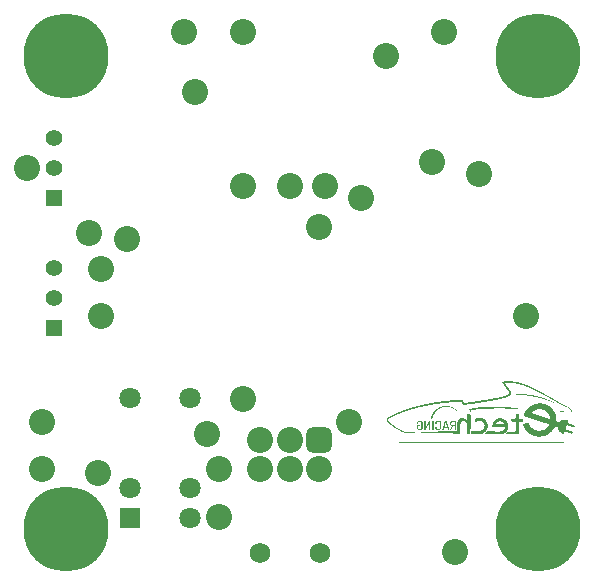
<source format=gbs>
G04*
G04 #@! TF.GenerationSoftware,Altium Limited,Altium Designer,23.3.1 (30)*
G04*
G04 Layer_Color=16711935*
%FSLAX44Y44*%
%MOMM*%
G71*
G04*
G04 #@! TF.SameCoordinates,CF94DBF3-FF16-43C4-AECA-44031EA59DE8*
G04*
G04*
G04 #@! TF.FilePolarity,Negative*
G04*
G01*
G75*
%ADD47R,1.4032X1.4032*%
%ADD48C,1.4032*%
%ADD49C,1.8032*%
%ADD50R,1.8032X1.8032*%
%ADD51C,7.2032*%
%ADD52C,2.2032*%
G04:AMPARAMS|DCode=53|XSize=2.2032mm|YSize=2.2032mm|CornerRadius=0.6016mm|HoleSize=0mm|Usage=FLASHONLY|Rotation=0.000|XOffset=0mm|YOffset=0mm|HoleType=Round|Shape=RoundedRectangle|*
%AMROUNDEDRECTD53*
21,1,2.2032,1.0000,0,0,0.0*
21,1,1.0000,2.2032,0,0,0.0*
1,1,1.2032,0.5000,-0.5000*
1,1,1.2032,-0.5000,-0.5000*
1,1,1.2032,-0.5000,0.5000*
1,1,1.2032,0.5000,0.5000*
%
%ADD53ROUNDEDRECTD53*%
%ADD54C,1.7272*%
G36*
X434660Y213844D02*
X437132D01*
Y213745D01*
X438517D01*
Y213646D01*
X439604D01*
Y213547D01*
X440494D01*
Y213449D01*
X441384D01*
Y213350D01*
X442373D01*
Y213251D01*
X443065D01*
Y213152D01*
X443560D01*
Y213053D01*
X444252D01*
Y212954D01*
X444845D01*
Y212855D01*
X445439D01*
Y212756D01*
X445933D01*
Y212658D01*
X446428D01*
Y212559D01*
X446922D01*
Y212460D01*
X447515D01*
Y212361D01*
X448010D01*
Y212262D01*
X448405D01*
Y212163D01*
X448801D01*
Y212064D01*
X449197D01*
Y211965D01*
X449691D01*
Y211866D01*
X450185D01*
Y211768D01*
X450482D01*
Y211669D01*
X450877D01*
Y211570D01*
X451273D01*
Y211471D01*
X451669D01*
Y211372D01*
X451965D01*
Y211273D01*
X452262D01*
Y211174D01*
X452658D01*
Y211075D01*
X453053D01*
Y210977D01*
X453350D01*
Y210878D01*
X453745D01*
Y210779D01*
X453943D01*
Y210680D01*
X454339D01*
Y210581D01*
X454635D01*
Y210482D01*
X454932D01*
Y210383D01*
X455130D01*
Y210284D01*
X455426D01*
Y210185D01*
X455723D01*
Y210086D01*
X456020D01*
Y209988D01*
X456316D01*
Y209889D01*
X456514D01*
Y209790D01*
X456811D01*
Y209691D01*
X457107D01*
Y209592D01*
X457305D01*
Y209493D01*
X457602D01*
Y209394D01*
X457800D01*
Y209295D01*
X457997D01*
Y209196D01*
X458294D01*
Y209098D01*
X458492D01*
Y208999D01*
X458788D01*
Y208900D01*
X458986D01*
Y208801D01*
X459184D01*
Y208702D01*
X459481D01*
Y208603D01*
X459678D01*
Y208504D01*
X459876D01*
Y208405D01*
X460173D01*
Y208307D01*
X460371D01*
Y208208D01*
X460568D01*
Y208109D01*
X460766D01*
Y208010D01*
X460964D01*
Y207911D01*
X461162D01*
Y207812D01*
X461359D01*
Y207713D01*
X461557D01*
Y207614D01*
X461755D01*
Y207515D01*
X462052D01*
Y207416D01*
X462151D01*
Y207318D01*
X462348D01*
Y207219D01*
X462546D01*
Y207120D01*
X462744D01*
Y207021D01*
X462942D01*
Y206922D01*
X463139D01*
Y206823D01*
X463337D01*
Y206724D01*
X463436D01*
Y206527D01*
X463337D01*
Y206625D01*
X463041D01*
Y206724D01*
X462744D01*
Y206823D01*
X462546D01*
Y206922D01*
X462348D01*
Y207021D01*
X462052D01*
Y207120D01*
X461854D01*
Y207219D01*
X461656D01*
Y207318D01*
X461458D01*
Y207416D01*
X461162D01*
Y207515D01*
X460865D01*
Y207614D01*
X460667D01*
Y207713D01*
X460371D01*
Y207812D01*
X460173D01*
Y207911D01*
X459876D01*
Y208010D01*
X459580D01*
Y208109D01*
X459283D01*
Y208208D01*
X458986D01*
Y208307D01*
X458690D01*
Y208405D01*
X458393D01*
Y208504D01*
X458195D01*
Y208603D01*
X457898D01*
Y208702D01*
X457602D01*
Y208801D01*
X457305D01*
Y208900D01*
X457009D01*
Y208999D01*
X456712D01*
Y209098D01*
X456415D01*
Y209196D01*
X456119D01*
Y209295D01*
X455822D01*
Y209394D01*
X455426D01*
Y209493D01*
X455130D01*
Y209592D01*
X454833D01*
Y209691D01*
X454536D01*
Y209790D01*
X454240D01*
Y209889D01*
X453844D01*
Y209988D01*
X453548D01*
Y210086D01*
X453152D01*
Y210185D01*
X452855D01*
Y210284D01*
X452460D01*
Y210383D01*
X452064D01*
Y210482D01*
X451669D01*
Y210581D01*
X451273D01*
Y210680D01*
X450976D01*
Y210779D01*
X450482D01*
Y210878D01*
X450086D01*
Y210977D01*
X449691D01*
Y211075D01*
X449197D01*
Y211174D01*
X448801D01*
Y211273D01*
X448307D01*
Y211372D01*
X447812D01*
Y211471D01*
X447416D01*
Y211570D01*
X446922D01*
Y211669D01*
X446329D01*
Y211768D01*
X445834D01*
Y211866D01*
X445340D01*
Y211965D01*
X444845D01*
Y212064D01*
X444252D01*
Y212163D01*
X443659D01*
Y212262D01*
X442967D01*
Y212361D01*
X442373D01*
Y212460D01*
X441780D01*
Y212559D01*
X440989D01*
Y212658D01*
X440297D01*
Y212756D01*
X439506D01*
Y212855D01*
X438616D01*
Y212954D01*
X437825D01*
Y213053D01*
X436737D01*
Y213152D01*
X435649D01*
Y213251D01*
X434364D01*
Y213350D01*
X433078D01*
Y213449D01*
X431298D01*
Y213547D01*
X428628D01*
Y213646D01*
X428727D01*
Y213745D01*
X429221D01*
Y213844D01*
X432089D01*
Y213943D01*
X434660D01*
Y213844D01*
D02*
G37*
G36*
X417849Y203065D02*
X420124D01*
Y202967D01*
X422003D01*
Y202868D01*
X423288D01*
Y202769D01*
X424376D01*
Y202670D01*
X425563D01*
Y202571D01*
X426551D01*
Y202472D01*
X427540D01*
Y202373D01*
X428529D01*
Y202274D01*
X429122D01*
Y202176D01*
X429913D01*
Y202077D01*
X430803D01*
Y201978D01*
X431496D01*
Y201879D01*
X432089D01*
Y201780D01*
X432682D01*
Y201681D01*
X433375D01*
Y201582D01*
X433968D01*
Y201483D01*
X434660D01*
Y201384D01*
X435253D01*
Y201286D01*
X435352D01*
Y201088D01*
X433770D01*
Y201187D01*
X431891D01*
Y201286D01*
X430012D01*
Y201384D01*
X427441D01*
Y201483D01*
X424870D01*
Y201582D01*
X422003D01*
Y201681D01*
X412608D01*
Y201582D01*
X409246D01*
Y201483D01*
X406774D01*
Y201384D01*
X404796D01*
Y201286D01*
X403115D01*
Y201187D01*
X401731D01*
Y201088D01*
X400643D01*
Y200989D01*
X399456D01*
Y200890D01*
X398369D01*
Y200791D01*
X397380D01*
Y200692D01*
X396589D01*
Y200593D01*
X395798D01*
Y200494D01*
X395006D01*
Y200396D01*
X394215D01*
Y200297D01*
X393523D01*
Y200198D01*
X393029D01*
Y199901D01*
X393128D01*
Y199506D01*
X393227D01*
Y199209D01*
X393326D01*
Y198912D01*
X393424D01*
Y198517D01*
X393523D01*
Y198220D01*
X393622D01*
Y197923D01*
X393523D01*
Y198022D01*
X393424D01*
Y198121D01*
X393326D01*
Y198220D01*
X393227D01*
Y198418D01*
X393128D01*
Y198517D01*
X393029D01*
Y198715D01*
X392930D01*
Y198813D01*
X392831D01*
Y199011D01*
X392732D01*
Y199110D01*
X392633D01*
Y199308D01*
X392534D01*
Y199407D01*
X392435D01*
Y199604D01*
X392337D01*
Y199802D01*
X392238D01*
Y199901D01*
X392139D01*
Y200099D01*
X392040D01*
Y200198D01*
X391941D01*
Y200396D01*
X391842D01*
Y200494D01*
X391743D01*
Y200692D01*
X391644D01*
Y200791D01*
X391545D01*
Y200989D01*
X391447D01*
Y201088D01*
X391545D01*
Y201187D01*
X391941D01*
Y201286D01*
X392337D01*
Y201384D01*
X392831D01*
Y201483D01*
X393326D01*
Y201582D01*
X393820D01*
Y201681D01*
X394413D01*
Y201780D01*
X395006D01*
Y201879D01*
X395501D01*
Y201978D01*
X396193D01*
Y202077D01*
X396885D01*
Y202176D01*
X397676D01*
Y202274D01*
X398369D01*
Y202373D01*
X399061D01*
Y202472D01*
X400050D01*
Y202571D01*
X400940D01*
Y202670D01*
X402126D01*
Y202769D01*
X403115D01*
Y202868D01*
X404500D01*
Y202967D01*
X406082D01*
Y203065D01*
X408653D01*
Y203164D01*
X417849D01*
Y203065D01*
D02*
G37*
G36*
X373449Y203659D02*
X374141D01*
Y203560D01*
X374735D01*
Y203461D01*
X375130D01*
Y203362D01*
X375526D01*
Y203263D01*
X375822D01*
Y203164D01*
X376119D01*
Y203065D01*
X376416D01*
Y202967D01*
X376712D01*
Y202868D01*
X377009D01*
Y202769D01*
X377207D01*
Y202670D01*
X377405D01*
Y202571D01*
X377603D01*
Y202472D01*
X377800D01*
Y202373D01*
X377998D01*
Y202274D01*
X378196D01*
Y202176D01*
X378394D01*
Y202077D01*
X378591D01*
Y201978D01*
X378690D01*
Y201879D01*
X378888D01*
Y201780D01*
X378987D01*
Y201681D01*
X379185D01*
Y201582D01*
X379283D01*
Y201483D01*
X379481D01*
Y201384D01*
X379580D01*
Y201286D01*
X379778D01*
Y201187D01*
X379877D01*
Y201088D01*
X379976D01*
Y200989D01*
X380173D01*
Y200890D01*
X380272D01*
Y200791D01*
X380371D01*
Y200692D01*
X380470D01*
Y200593D01*
X380569D01*
Y200494D01*
X380668D01*
Y200396D01*
X380767D01*
Y200297D01*
X380866D01*
Y200198D01*
X381063D01*
Y200000D01*
X381162D01*
Y199901D01*
X381261D01*
Y199802D01*
X381360D01*
Y199604D01*
X381261D01*
Y199703D01*
X381162D01*
Y199802D01*
X381063D01*
Y199901D01*
X380866D01*
Y200000D01*
X380767D01*
Y200099D01*
X380668D01*
Y200198D01*
X380569D01*
Y200297D01*
X380371D01*
Y200396D01*
X380272D01*
Y200494D01*
X380173D01*
Y200593D01*
X380075D01*
Y200692D01*
X379877D01*
Y200791D01*
X379778D01*
Y200890D01*
X379580D01*
Y200989D01*
X379481D01*
Y201088D01*
X379283D01*
Y201187D01*
X379086D01*
Y201286D01*
X378987D01*
Y201384D01*
X378789D01*
Y201483D01*
X378591D01*
Y201582D01*
X378394D01*
Y201681D01*
X378196D01*
Y201780D01*
X377998D01*
Y201879D01*
X377701D01*
Y201978D01*
X377504D01*
Y202077D01*
X377306D01*
Y202176D01*
X377009D01*
Y202274D01*
X376712D01*
Y202373D01*
X376416D01*
Y202472D01*
X376119D01*
Y202571D01*
X375724D01*
Y202670D01*
X375328D01*
Y202769D01*
X374735D01*
Y202868D01*
X373944D01*
Y202967D01*
X371570D01*
Y202868D01*
X370680D01*
Y202769D01*
X370186D01*
Y202670D01*
X369692D01*
Y202571D01*
X369395D01*
Y202472D01*
X369098D01*
Y202373D01*
X368703D01*
Y202274D01*
X368406D01*
Y202176D01*
X368208D01*
Y202077D01*
X367911D01*
Y201978D01*
X367714D01*
Y201879D01*
X367516D01*
Y201780D01*
X367219D01*
Y201681D01*
X367121D01*
Y201582D01*
X366923D01*
Y201483D01*
X366725D01*
Y201384D01*
X366527D01*
Y201286D01*
X366329D01*
Y201187D01*
X366231D01*
Y201088D01*
X366033D01*
Y200989D01*
X365835D01*
Y200890D01*
X365736D01*
Y200791D01*
X365538D01*
Y200692D01*
X365439D01*
Y200593D01*
X365340D01*
Y200494D01*
X365143D01*
Y200396D01*
X365044D01*
Y200297D01*
X364945D01*
Y200198D01*
X364747D01*
Y200099D01*
X364648D01*
Y200000D01*
X364549D01*
Y199901D01*
X364450D01*
Y199802D01*
X364352D01*
Y199703D01*
X364253D01*
Y199604D01*
X364154D01*
Y199506D01*
X364055D01*
Y199407D01*
X363956D01*
Y199308D01*
X363857D01*
Y199209D01*
X363758D01*
Y199110D01*
X363659D01*
Y199011D01*
X363560D01*
Y198912D01*
X363462D01*
Y198813D01*
X363363D01*
Y198715D01*
X363264D01*
Y198517D01*
X363165D01*
Y198418D01*
X363066D01*
Y198319D01*
X362967D01*
Y198220D01*
X362868D01*
Y198022D01*
X362769D01*
Y197923D01*
X362671D01*
Y197824D01*
X362572D01*
Y197627D01*
X362473D01*
Y197528D01*
X362374D01*
Y197330D01*
X362275D01*
Y197231D01*
X362176D01*
Y197033D01*
X362077D01*
Y196836D01*
X361978D01*
Y196737D01*
X361880D01*
Y196539D01*
X361781D01*
Y196341D01*
X361682D01*
Y196143D01*
X361583D01*
Y195946D01*
X361484D01*
Y195748D01*
X361385D01*
Y195649D01*
Y195451D01*
X361286D01*
Y195254D01*
X361187D01*
Y194957D01*
X361088D01*
Y194759D01*
X360989D01*
Y194462D01*
X360891D01*
Y194067D01*
X360792D01*
Y193671D01*
X360693D01*
Y193276D01*
X360594D01*
Y193177D01*
X360495D01*
Y193078D01*
X359506D01*
Y193177D01*
X359308D01*
Y193473D01*
X359407D01*
Y193869D01*
X359506D01*
Y194166D01*
X359605D01*
Y194561D01*
X359704D01*
Y194858D01*
X359803D01*
Y195056D01*
X359902D01*
Y195352D01*
X360001D01*
Y195649D01*
X360099D01*
Y195847D01*
X360198D01*
Y196045D01*
X360297D01*
Y196242D01*
X360396D01*
Y196440D01*
X360495D01*
Y196638D01*
X360594D01*
Y196836D01*
X360693D01*
Y197033D01*
X360792D01*
Y197231D01*
X360891D01*
Y197429D01*
X360989D01*
Y197528D01*
X361088D01*
Y197726D01*
X361187D01*
Y197824D01*
X361286D01*
Y198022D01*
X361385D01*
Y198121D01*
X361484D01*
Y198319D01*
X361583D01*
Y198418D01*
X361682D01*
Y198517D01*
X361781D01*
Y198715D01*
X361880D01*
Y198813D01*
X361978D01*
Y198912D01*
X362077D01*
Y199110D01*
X362176D01*
Y199209D01*
X362275D01*
Y199308D01*
X362374D01*
Y199407D01*
X362473D01*
Y199506D01*
X362572D01*
Y199604D01*
X362671D01*
Y199703D01*
X362769D01*
Y199802D01*
X362868D01*
Y199901D01*
X362967D01*
Y200000D01*
X363066D01*
Y200099D01*
X363165D01*
Y200198D01*
X363264D01*
Y200297D01*
X363363D01*
Y200396D01*
X363462D01*
Y200494D01*
X363560D01*
Y200593D01*
X363659D01*
Y200692D01*
X363857D01*
Y200791D01*
X363956D01*
Y200890D01*
X364055D01*
Y200989D01*
X364154D01*
Y201088D01*
X364352D01*
Y201187D01*
X364450D01*
Y201286D01*
X364549D01*
Y201384D01*
X364747D01*
Y201483D01*
X364846D01*
Y201582D01*
X365044D01*
Y201681D01*
X365143D01*
Y201780D01*
X365340D01*
Y201879D01*
X365439D01*
Y201978D01*
X365637D01*
Y202077D01*
X365835D01*
Y202176D01*
X366033D01*
Y202274D01*
X366231D01*
Y202373D01*
X366428D01*
Y202472D01*
X366626D01*
Y202571D01*
X366824D01*
Y202670D01*
X367022D01*
Y202769D01*
X367318D01*
Y202868D01*
X367516D01*
Y202967D01*
X367813D01*
Y203065D01*
X368109D01*
Y203164D01*
X368406D01*
Y203263D01*
X368703D01*
Y203362D01*
X369098D01*
Y203461D01*
X369593D01*
Y203560D01*
X370186D01*
Y203659D01*
X370878D01*
Y203758D01*
X373449D01*
Y203659D01*
D02*
G37*
G36*
X427540Y224623D02*
X428430D01*
Y224524D01*
X429122D01*
Y224425D01*
X429815D01*
Y224326D01*
X430507D01*
Y224227D01*
X431100D01*
Y224128D01*
X431693D01*
Y224030D01*
X432089D01*
Y223931D01*
X432584D01*
Y223832D01*
X433078D01*
Y223733D01*
X433474D01*
Y223634D01*
X433869D01*
Y223535D01*
X434265D01*
Y223436D01*
X434561D01*
Y223337D01*
X434957D01*
Y223238D01*
X435352D01*
Y223139D01*
X435649D01*
Y223041D01*
X436045D01*
Y222942D01*
X436341D01*
Y222843D01*
X436638D01*
Y222744D01*
X437033D01*
Y222645D01*
X437231D01*
Y222546D01*
X437528D01*
Y222447D01*
X437825D01*
Y222348D01*
X438220D01*
Y222250D01*
X438517D01*
Y222151D01*
X438714D01*
Y222052D01*
X439011D01*
Y221953D01*
X439308D01*
Y221854D01*
X439506D01*
Y221755D01*
X439802D01*
Y221656D01*
X440000D01*
Y221557D01*
X440297D01*
Y221458D01*
X440593D01*
Y221360D01*
X440890D01*
Y221261D01*
X441088D01*
Y221162D01*
X441384D01*
Y221063D01*
X441582D01*
Y220964D01*
X441780D01*
Y220865D01*
X442077D01*
Y220766D01*
X442274D01*
Y220667D01*
X442472D01*
Y220569D01*
X442670D01*
Y220470D01*
X442967D01*
Y220371D01*
X443164D01*
Y220272D01*
X443362D01*
Y220173D01*
X443560D01*
Y220074D01*
X443857D01*
Y219975D01*
X444054D01*
Y219876D01*
X444252D01*
Y219777D01*
X444450D01*
Y219678D01*
X444648D01*
Y219580D01*
X444845D01*
Y219481D01*
X445043D01*
Y219382D01*
X445241D01*
Y219283D01*
X445439D01*
Y219184D01*
X445636D01*
Y219085D01*
X445933D01*
Y218986D01*
X446131D01*
Y218887D01*
X446329D01*
Y218789D01*
X446526D01*
Y218690D01*
X446724D01*
Y218591D01*
X446922D01*
Y218492D01*
X447120D01*
Y218393D01*
X447318D01*
Y218294D01*
X447515D01*
Y218195D01*
X447713D01*
Y218096D01*
X447911D01*
Y217997D01*
X448109D01*
Y217899D01*
X448307D01*
Y217800D01*
X448504D01*
Y217701D01*
X448702D01*
Y217602D01*
X448900D01*
Y217503D01*
X449098D01*
Y217404D01*
X449197D01*
Y217305D01*
X449394D01*
Y217206D01*
X449592D01*
Y217107D01*
X449790D01*
Y217008D01*
X449987D01*
Y216910D01*
X450185D01*
Y216811D01*
X450383D01*
Y216712D01*
X450581D01*
Y216613D01*
X450779D01*
Y216514D01*
X450877D01*
Y216415D01*
X451075D01*
Y216316D01*
X451273D01*
Y216217D01*
X451471D01*
Y216119D01*
X451669D01*
Y216020D01*
X451866D01*
Y215921D01*
X452064D01*
Y215822D01*
X452163D01*
Y215723D01*
X452460D01*
Y215624D01*
X452559D01*
Y215525D01*
X452756D01*
Y215426D01*
X452954D01*
Y215327D01*
X453152D01*
Y215229D01*
X453350D01*
Y215130D01*
X453548D01*
Y215031D01*
X453646D01*
Y214932D01*
X453844D01*
Y214833D01*
X454042D01*
Y214734D01*
X454240D01*
Y214635D01*
X454437D01*
Y214536D01*
X454536D01*
Y214438D01*
X454734D01*
Y214339D01*
X454932D01*
Y214240D01*
X455130D01*
Y214141D01*
X455327D01*
Y214042D01*
X455426D01*
Y213943D01*
X455624D01*
Y213844D01*
X455822D01*
Y213745D01*
X456020D01*
Y213646D01*
X456119D01*
Y213547D01*
X456316D01*
Y213449D01*
X456514D01*
Y213350D01*
X456712D01*
Y213251D01*
X456811D01*
Y213152D01*
X457009D01*
Y213053D01*
X457206D01*
Y212954D01*
X457404D01*
Y212855D01*
X457602D01*
Y212756D01*
X457701D01*
Y212658D01*
X457898D01*
Y212559D01*
X458096D01*
Y212460D01*
X458294D01*
Y212361D01*
X458393D01*
Y212262D01*
X458591D01*
Y212163D01*
X458788D01*
Y212064D01*
X458887D01*
Y211965D01*
X459085D01*
Y211866D01*
X459283D01*
Y211768D01*
X459481D01*
Y211669D01*
X459580D01*
Y211570D01*
X459777D01*
Y211471D01*
X459975D01*
Y211372D01*
X460173D01*
Y211273D01*
X460272D01*
Y211174D01*
X460470D01*
Y211075D01*
X460667D01*
Y210977D01*
X460865D01*
Y210878D01*
X460964D01*
Y210779D01*
X461162D01*
Y210680D01*
X461359D01*
Y210581D01*
X461458D01*
Y210482D01*
X461656D01*
Y210383D01*
X461854D01*
Y210284D01*
X461953D01*
Y210185D01*
X462151D01*
Y210086D01*
X462348D01*
Y209988D01*
X462546D01*
Y209889D01*
X462645D01*
Y209790D01*
X462843D01*
Y209691D01*
X463041D01*
Y209592D01*
X463238D01*
Y209493D01*
X463337D01*
Y209394D01*
X463535D01*
Y209295D01*
X463733D01*
Y209196D01*
X463931D01*
Y209098D01*
X464030D01*
Y208999D01*
X464227D01*
Y208900D01*
X464425D01*
Y208801D01*
X464524D01*
Y208702D01*
X464722D01*
Y208603D01*
X464920D01*
Y208504D01*
X465117D01*
Y208405D01*
X465216D01*
Y208307D01*
X465414D01*
Y208208D01*
X465612D01*
Y208109D01*
X465710D01*
Y208010D01*
X465908D01*
Y207911D01*
X466106D01*
Y207812D01*
X466205D01*
Y207713D01*
X466403D01*
Y207614D01*
X466600D01*
Y207515D01*
X466699D01*
Y207416D01*
X466897D01*
Y207318D01*
X467095D01*
Y207219D01*
X467194D01*
Y207120D01*
X467392D01*
Y207021D01*
X467589D01*
Y206922D01*
X467787D01*
Y206823D01*
X467886D01*
Y206724D01*
X468084D01*
Y206625D01*
X468282D01*
Y206527D01*
X468479D01*
Y206428D01*
X468578D01*
Y206329D01*
X468776D01*
Y206230D01*
X468974D01*
Y206131D01*
X469172D01*
Y206032D01*
X469369D01*
Y205933D01*
X469567D01*
Y205834D01*
X469765D01*
Y205735D01*
X469963D01*
Y205637D01*
X470062D01*
Y205538D01*
X470259D01*
Y205439D01*
X470457D01*
Y205340D01*
X470655D01*
Y205241D01*
X470853D01*
Y205142D01*
X471050D01*
Y205043D01*
X471248D01*
Y204944D01*
X471446D01*
Y204846D01*
X471644D01*
Y204747D01*
X471842D01*
Y204648D01*
X472039D01*
Y204549D01*
X472237D01*
Y204450D01*
X472435D01*
Y204351D01*
X472633D01*
Y204252D01*
X472929D01*
Y204153D01*
X473127D01*
Y204054D01*
X473325D01*
Y203955D01*
X473523D01*
Y203857D01*
X473720D01*
Y203758D01*
X473918D01*
Y203659D01*
X474215D01*
Y203560D01*
X474413D01*
Y203461D01*
X474709D01*
Y203362D01*
X474907D01*
Y203263D01*
X475105D01*
Y203164D01*
X475401D01*
Y203065D01*
X475599D01*
Y202967D01*
X475797D01*
Y202868D01*
X475896D01*
Y202769D01*
X476094D01*
Y202670D01*
X476292D01*
Y202571D01*
X476390D01*
Y202472D01*
X476489D01*
Y202373D01*
X476687D01*
Y202274D01*
X476786D01*
Y202176D01*
X476885D01*
Y202077D01*
X476984D01*
Y201978D01*
X477082D01*
Y201879D01*
X477181D01*
Y201780D01*
X477280D01*
Y201681D01*
X477379D01*
Y201582D01*
X477478D01*
Y201483D01*
X477577D01*
Y201384D01*
X477676D01*
Y201286D01*
X477775D01*
Y201088D01*
X477874D01*
Y200989D01*
X477972D01*
Y200890D01*
X478071D01*
Y200692D01*
X478170D01*
Y200494D01*
X478269D01*
Y200297D01*
X478368D01*
Y200099D01*
X478467D01*
Y199901D01*
X478566D01*
Y199110D01*
X478467D01*
Y199011D01*
X477577D01*
Y199110D01*
X471644D01*
Y199011D01*
X470062D01*
Y198912D01*
X469271D01*
Y198813D01*
X468578D01*
Y198715D01*
X467985D01*
Y198616D01*
X467491D01*
Y198517D01*
X467095D01*
Y198418D01*
X466798D01*
Y198319D01*
X466502D01*
Y198220D01*
X466304D01*
Y198121D01*
X466205D01*
Y198022D01*
X466007D01*
Y197923D01*
X465908D01*
Y197824D01*
X465710D01*
Y198022D01*
X465810D01*
Y198121D01*
X465908D01*
Y198220D01*
X466106D01*
Y198319D01*
X466205D01*
Y198418D01*
X466403D01*
Y198517D01*
X466600D01*
Y198616D01*
X466897D01*
Y198715D01*
X467194D01*
Y198813D01*
X467589D01*
Y198912D01*
X467985D01*
Y199011D01*
X468381D01*
Y199110D01*
X469073D01*
Y199209D01*
X470062D01*
Y199308D01*
X471149D01*
Y199407D01*
X472534D01*
Y199506D01*
X475401D01*
Y199604D01*
X475599D01*
Y199506D01*
X475797D01*
Y199604D01*
X476094D01*
Y199506D01*
X476489D01*
Y199604D01*
X476687D01*
Y199506D01*
X478071D01*
Y199802D01*
X477972D01*
Y200099D01*
X477874D01*
Y200198D01*
X477775D01*
Y200396D01*
X477676D01*
Y200494D01*
X477577D01*
Y200692D01*
X477478D01*
Y200791D01*
X477379D01*
Y200890D01*
X477280D01*
Y201088D01*
X477181D01*
Y201187D01*
X477082D01*
Y201286D01*
X476984D01*
Y201384D01*
X476885D01*
Y201483D01*
X476786D01*
Y201582D01*
X476588D01*
Y201681D01*
X476489D01*
Y201780D01*
X476390D01*
Y201879D01*
X476292D01*
Y201978D01*
X476094D01*
Y202077D01*
X475995D01*
Y202176D01*
X475797D01*
Y202274D01*
X475599D01*
Y202373D01*
X475401D01*
Y202472D01*
X475204D01*
Y202571D01*
X475006D01*
Y202670D01*
X474709D01*
Y202769D01*
X474511D01*
Y202868D01*
X474215D01*
Y202967D01*
X474017D01*
Y203065D01*
X473720D01*
Y203164D01*
X473523D01*
Y203263D01*
X473226D01*
Y203362D01*
X473028D01*
Y203461D01*
X472830D01*
Y203560D01*
X472633D01*
Y203659D01*
X472336D01*
Y203758D01*
X472138D01*
Y203857D01*
X471940D01*
Y203955D01*
X471743D01*
Y204054D01*
X471545D01*
Y204153D01*
X471248D01*
Y204252D01*
X471050D01*
Y204351D01*
X470853D01*
Y204450D01*
X470655D01*
Y204549D01*
X470457D01*
Y204648D01*
X470259D01*
Y204747D01*
X470062D01*
Y204846D01*
X469864D01*
Y204944D01*
X469666D01*
Y205043D01*
X469468D01*
Y205142D01*
X469271D01*
Y205241D01*
X469073D01*
Y205340D01*
X468875D01*
Y205439D01*
X468677D01*
Y205538D01*
X468479D01*
Y205637D01*
X468282D01*
Y205735D01*
X468084D01*
Y205834D01*
X467886D01*
Y205933D01*
X467787D01*
Y206032D01*
X467589D01*
Y206131D01*
X467392D01*
Y206230D01*
X467194D01*
Y206329D01*
X466996D01*
Y206428D01*
X466798D01*
Y206527D01*
X466600D01*
Y206625D01*
X466403D01*
Y206724D01*
X466304D01*
Y206823D01*
X466106D01*
Y206922D01*
X465908D01*
Y207021D01*
X465710D01*
Y207120D01*
X465513D01*
Y207219D01*
X465414D01*
Y207318D01*
X465216D01*
Y207416D01*
X465018D01*
Y207515D01*
X464821D01*
Y207614D01*
X464722D01*
Y207713D01*
X464524D01*
Y207812D01*
X464326D01*
Y207911D01*
X464227D01*
Y208010D01*
X464030D01*
Y208109D01*
X463832D01*
Y208208D01*
X463634D01*
Y208307D01*
X463436D01*
Y208405D01*
X463337D01*
Y208504D01*
X463139D01*
Y208603D01*
X462942D01*
Y208702D01*
X462744D01*
Y208801D01*
X462546D01*
Y208900D01*
X462348D01*
Y208999D01*
X462249D01*
Y209098D01*
X462052D01*
Y209196D01*
X461854D01*
Y209295D01*
X461656D01*
Y209394D01*
X461458D01*
Y209493D01*
X461359D01*
Y209592D01*
X461162D01*
Y209691D01*
X460964D01*
Y209790D01*
X460766D01*
Y209889D01*
X460568D01*
Y209988D01*
X460470D01*
Y210086D01*
X460272D01*
Y210185D01*
X460074D01*
Y210284D01*
X459876D01*
Y210383D01*
X459678D01*
Y210482D01*
X459580D01*
Y210581D01*
X459382D01*
Y210680D01*
X459184D01*
Y210779D01*
X458986D01*
Y210878D01*
X458887D01*
Y210977D01*
X458690D01*
Y211075D01*
X458492D01*
Y211174D01*
X458294D01*
Y211273D01*
X458096D01*
Y211372D01*
X457997D01*
Y211471D01*
X457800D01*
Y211570D01*
X457602D01*
Y211669D01*
X457404D01*
Y211768D01*
X457305D01*
Y211866D01*
X457107D01*
Y211965D01*
X456910D01*
Y212064D01*
X456712D01*
Y212163D01*
X456514D01*
Y212262D01*
X456316D01*
Y212361D01*
X456119D01*
Y212460D01*
X456020D01*
Y212559D01*
X455822D01*
Y212658D01*
X455624D01*
Y212756D01*
X455426D01*
Y212855D01*
X455229D01*
Y212954D01*
X455031D01*
Y213053D01*
X454932D01*
Y213152D01*
X454734D01*
Y213251D01*
X454536D01*
Y213350D01*
X454339D01*
Y213449D01*
X454141D01*
Y213547D01*
X453943D01*
Y213646D01*
X453745D01*
Y213745D01*
X453646D01*
Y213844D01*
X453449D01*
Y213943D01*
X453251D01*
Y214042D01*
X453053D01*
Y214141D01*
X452855D01*
Y214240D01*
X452658D01*
Y214339D01*
X452460D01*
Y214438D01*
X452361D01*
Y214536D01*
X452163D01*
Y214635D01*
X451965D01*
Y214734D01*
X451768D01*
Y214833D01*
X451570D01*
Y214932D01*
X451372D01*
Y215031D01*
X451174D01*
Y215130D01*
X450976D01*
Y215229D01*
X450779D01*
Y215327D01*
X450581D01*
Y215426D01*
X450383D01*
Y215525D01*
X450185D01*
Y215624D01*
X449987D01*
Y215723D01*
X449790D01*
Y215822D01*
X449592D01*
Y215921D01*
X449394D01*
Y216020D01*
X449197D01*
Y216119D01*
X448999D01*
Y216217D01*
X448801D01*
Y216316D01*
X448603D01*
Y216415D01*
X448405D01*
Y216514D01*
X448208D01*
Y216613D01*
X448010D01*
Y216712D01*
X447911D01*
Y216811D01*
X447614D01*
Y216910D01*
X447416D01*
Y217008D01*
X447219D01*
Y217107D01*
X447021D01*
Y217206D01*
X446823D01*
Y217305D01*
X446625D01*
Y217404D01*
X446428D01*
Y217503D01*
X446230D01*
Y217602D01*
X446032D01*
Y217701D01*
X445834D01*
Y217800D01*
X445636D01*
Y217899D01*
X445439D01*
Y217997D01*
X445142D01*
Y218096D01*
X444944D01*
Y218195D01*
X444747D01*
Y218294D01*
X444549D01*
Y218393D01*
X444351D01*
Y218492D01*
X444153D01*
Y218591D01*
X443955D01*
Y218690D01*
X443758D01*
Y218789D01*
X443461D01*
Y218887D01*
X443263D01*
Y218986D01*
X443065D01*
Y219085D01*
X442868D01*
Y219184D01*
X442571D01*
Y219283D01*
X442373D01*
Y219382D01*
X442077D01*
Y219481D01*
X441879D01*
Y219580D01*
X441681D01*
Y219678D01*
X441483D01*
Y219777D01*
X441187D01*
Y219876D01*
X440989D01*
Y219975D01*
X440692D01*
Y220074D01*
X440494D01*
Y220173D01*
X440198D01*
Y220272D01*
X439901D01*
Y220371D01*
X439604D01*
Y220470D01*
X439407D01*
Y220569D01*
X439110D01*
Y220667D01*
X438912D01*
Y220766D01*
X438616D01*
Y220865D01*
X438319D01*
Y220964D01*
X438022D01*
Y221063D01*
X437726D01*
Y221162D01*
X437429D01*
Y221261D01*
X437033D01*
Y221360D01*
X436836D01*
Y221458D01*
X436440D01*
Y221557D01*
X436143D01*
Y221656D01*
X435748D01*
Y221755D01*
X435451D01*
Y221854D01*
X435056D01*
Y221953D01*
X434759D01*
Y222052D01*
X434364D01*
Y222151D01*
X433968D01*
Y222250D01*
X433572D01*
Y222348D01*
X433177D01*
Y222447D01*
X432682D01*
Y222546D01*
X432188D01*
Y222645D01*
X431693D01*
Y222744D01*
X431199D01*
Y222843D01*
X430606D01*
Y222942D01*
X430012D01*
Y223041D01*
X429221D01*
Y223139D01*
X428331D01*
Y223238D01*
X427342D01*
Y223337D01*
X422695D01*
Y223238D01*
X422003D01*
Y223139D01*
X421805D01*
Y222942D01*
X421904D01*
Y222843D01*
X422003D01*
Y222744D01*
X422102D01*
Y222546D01*
X422200D01*
Y222447D01*
X422299D01*
Y222348D01*
X422398D01*
Y222151D01*
X422497D01*
Y222052D01*
X422596D01*
Y221854D01*
X422695D01*
Y221755D01*
X422794D01*
Y221656D01*
X422893D01*
Y221458D01*
X422991D01*
Y221360D01*
X423090D01*
Y221162D01*
X423189D01*
Y221063D01*
X423288D01*
Y220964D01*
X423387D01*
Y220766D01*
X423486D01*
Y220667D01*
X423585D01*
Y220569D01*
X423684D01*
Y220371D01*
X423783D01*
Y220272D01*
X423881D01*
Y220074D01*
X423980D01*
Y219975D01*
X424079D01*
Y219876D01*
X424178D01*
Y219678D01*
X424277D01*
Y219580D01*
X424376D01*
Y219481D01*
X424475D01*
Y219283D01*
X424574D01*
Y219184D01*
X424673D01*
Y219085D01*
X424771D01*
Y218887D01*
X424870D01*
Y218789D01*
X424969D01*
Y218591D01*
X425068D01*
Y218492D01*
X425167D01*
Y218393D01*
X425266D01*
Y218195D01*
X425365D01*
Y218096D01*
X425464D01*
Y217997D01*
X425563D01*
Y217899D01*
X425662D01*
Y217701D01*
X425760D01*
Y217602D01*
X425859D01*
Y217503D01*
X425958D01*
Y217305D01*
X426057D01*
Y217206D01*
X426156D01*
Y217107D01*
X426255D01*
Y216910D01*
X426354D01*
Y216811D01*
X426452D01*
Y216712D01*
X426551D01*
Y216514D01*
X426650D01*
Y216415D01*
X426749D01*
Y216217D01*
X426848D01*
Y216020D01*
X426947D01*
Y215723D01*
X427046D01*
Y215426D01*
X427145D01*
Y214438D01*
X427046D01*
Y214042D01*
X426947D01*
Y213844D01*
X426848D01*
Y213646D01*
X426749D01*
Y213449D01*
X426650D01*
Y213350D01*
X426551D01*
Y213152D01*
X426452D01*
Y213053D01*
X426354D01*
Y212954D01*
X426255D01*
Y212855D01*
X426156D01*
Y212756D01*
X426057D01*
Y212658D01*
X425958D01*
Y212559D01*
X425859D01*
Y212460D01*
X425760D01*
Y212361D01*
X425563D01*
Y212262D01*
X425464D01*
Y212163D01*
X425266D01*
Y212064D01*
X425167D01*
Y211965D01*
X424969D01*
Y211866D01*
X424870D01*
Y211768D01*
X424673D01*
Y211669D01*
X424475D01*
Y211570D01*
X424277D01*
Y211471D01*
X424079D01*
Y211372D01*
X423881D01*
Y211273D01*
X423684D01*
Y211174D01*
X423387D01*
Y211075D01*
X423189D01*
Y210977D01*
X422893D01*
Y210878D01*
X422695D01*
Y210779D01*
X422398D01*
Y210680D01*
X422102D01*
Y210581D01*
X421805D01*
Y210482D01*
X421508D01*
Y210383D01*
X421113D01*
Y210284D01*
X420717D01*
Y210185D01*
X420322D01*
Y210086D01*
X419926D01*
Y209988D01*
X419530D01*
Y209889D01*
X419036D01*
Y209790D01*
X418542D01*
Y209691D01*
X418146D01*
Y209592D01*
X417751D01*
Y209493D01*
X417256D01*
Y209394D01*
X416762D01*
Y209295D01*
X416267D01*
Y209196D01*
X415773D01*
Y209098D01*
X415377D01*
Y208999D01*
X414784D01*
Y208900D01*
X414290D01*
Y208801D01*
X413795D01*
Y208702D01*
X413301D01*
Y208603D01*
X412806D01*
Y208504D01*
X412213D01*
Y208405D01*
X411619D01*
Y208307D01*
X411125D01*
Y208208D01*
X410631D01*
Y208109D01*
X410037D01*
Y208010D01*
X409444D01*
Y207911D01*
X408851D01*
Y207812D01*
X408257D01*
Y207713D01*
X407763D01*
Y207614D01*
X407170D01*
Y207515D01*
X406576D01*
Y207416D01*
X405983D01*
Y207318D01*
X405291D01*
Y207219D01*
X404796D01*
Y207120D01*
X404203D01*
Y207021D01*
X403511D01*
Y206922D01*
X402918D01*
Y206823D01*
X402225D01*
Y206724D01*
X401731D01*
Y206625D01*
X401039D01*
Y206527D01*
X400346D01*
Y206428D01*
X399654D01*
Y206329D01*
X399061D01*
Y206230D01*
X398468D01*
Y206131D01*
X397775D01*
Y206032D01*
X397083D01*
Y205933D01*
X396391D01*
Y205834D01*
X395798D01*
Y205735D01*
X395105D01*
Y205637D01*
X394413D01*
Y205538D01*
X393523D01*
Y205439D01*
X392930D01*
Y205340D01*
X392238D01*
Y205241D01*
X391545D01*
Y205142D01*
X390754D01*
Y205043D01*
X389963D01*
Y204944D01*
X389271D01*
Y204846D01*
X388579D01*
Y204747D01*
X387293D01*
Y204846D01*
X386997D01*
Y204944D01*
X386799D01*
Y205043D01*
X386601D01*
Y205142D01*
X386502D01*
Y205241D01*
X386305D01*
Y205340D01*
X386206D01*
Y205439D01*
X386107D01*
Y205538D01*
X386008D01*
Y205735D01*
X385909D01*
Y205834D01*
X385810D01*
Y206032D01*
X385711D01*
Y206230D01*
X385612D01*
Y206428D01*
X385513D01*
Y206724D01*
X385415D01*
Y206922D01*
X385316D01*
Y207219D01*
X385217D01*
Y207416D01*
X384228D01*
Y207318D01*
X382646D01*
Y207219D01*
X380965D01*
Y207120D01*
X378987D01*
Y207021D01*
X377504D01*
Y206922D01*
X376416D01*
Y206823D01*
X375427D01*
Y206724D01*
X374339D01*
Y206625D01*
X373251D01*
Y206527D01*
X372065D01*
Y206428D01*
X370977D01*
Y206329D01*
X370285D01*
Y206230D01*
X369494D01*
Y206131D01*
X368703D01*
Y206032D01*
X367813D01*
Y205933D01*
X367121D01*
Y205834D01*
X366329D01*
Y205735D01*
X365637D01*
Y205637D01*
X364846D01*
Y205538D01*
X364055D01*
Y205439D01*
X363462D01*
Y205340D01*
X362967D01*
Y205241D01*
X362275D01*
Y205142D01*
X361682D01*
Y205043D01*
X361088D01*
Y204944D01*
X360396D01*
Y204846D01*
X359902D01*
Y204747D01*
X359308D01*
Y204648D01*
X358616D01*
Y204549D01*
X358122D01*
Y204450D01*
X357627D01*
Y204351D01*
X357133D01*
Y204252D01*
X356638D01*
Y204153D01*
X356144D01*
Y204054D01*
X355650D01*
Y203955D01*
X355155D01*
Y203857D01*
X354661D01*
Y203758D01*
X354166D01*
Y203659D01*
X353672D01*
Y203560D01*
X353177D01*
Y203461D01*
X352782D01*
Y203362D01*
X352287D01*
Y203263D01*
X351892D01*
Y203164D01*
X351496D01*
Y203065D01*
X351101D01*
Y202967D01*
X350705D01*
Y202868D01*
X350211D01*
Y202769D01*
X349815D01*
Y202670D01*
X349420D01*
Y202571D01*
X349024D01*
Y202472D01*
X348629D01*
Y202373D01*
X348233D01*
Y202274D01*
X347739D01*
Y202176D01*
X347343D01*
Y202077D01*
X347046D01*
Y201978D01*
X346651D01*
Y201879D01*
X346354D01*
Y201780D01*
X345959D01*
Y201681D01*
X345563D01*
Y201582D01*
X345266D01*
Y201483D01*
X344871D01*
Y201384D01*
X344574D01*
Y201286D01*
X344179D01*
Y201187D01*
X343783D01*
Y201088D01*
X343487D01*
Y200989D01*
X343091D01*
Y200890D01*
X342794D01*
Y200791D01*
X342399D01*
Y200692D01*
X342102D01*
Y200593D01*
X341805D01*
Y200494D01*
X341509D01*
Y200396D01*
X341212D01*
Y200297D01*
X340817D01*
Y200198D01*
X340619D01*
Y200099D01*
X340223D01*
Y200000D01*
X339927D01*
Y199901D01*
X339630D01*
Y199802D01*
X339333D01*
Y199703D01*
X339037D01*
Y199604D01*
X338740D01*
Y199506D01*
X338443D01*
Y199407D01*
X338147D01*
Y199308D01*
X337850D01*
Y199209D01*
X337553D01*
Y199110D01*
X337257D01*
Y199011D01*
X336960D01*
Y198912D01*
X336762D01*
Y198813D01*
X336466D01*
Y198715D01*
X336169D01*
Y198616D01*
X335872D01*
Y198517D01*
X335576D01*
Y198418D01*
X335279D01*
Y198319D01*
X335081D01*
Y198220D01*
X334785D01*
Y198121D01*
X334587D01*
Y198022D01*
X334290D01*
Y197923D01*
X334092D01*
Y197824D01*
X333796D01*
Y197726D01*
X333598D01*
Y197627D01*
X333301D01*
Y197528D01*
X333004D01*
Y197429D01*
X332807D01*
Y197330D01*
X332510D01*
Y197231D01*
X332312D01*
Y197132D01*
X332016D01*
Y197033D01*
X331818D01*
Y196935D01*
X331620D01*
Y196836D01*
X331323D01*
Y196737D01*
X331126D01*
Y196638D01*
X330928D01*
Y196539D01*
X330631D01*
Y196440D01*
X330434D01*
Y196341D01*
X330236D01*
Y196242D01*
X329939D01*
Y196143D01*
X329741D01*
Y196045D01*
X329543D01*
Y195946D01*
X329346D01*
Y195847D01*
X329148D01*
Y195748D01*
X328851D01*
Y195649D01*
X328653D01*
Y195550D01*
X328456D01*
Y195451D01*
X328258D01*
Y195352D01*
X328060D01*
Y195254D01*
X327763D01*
Y195154D01*
X327566D01*
Y195056D01*
X327368D01*
Y194957D01*
X327170D01*
Y194858D01*
X326973D01*
Y194759D01*
X326775D01*
Y194660D01*
X326577D01*
Y194561D01*
X326379D01*
Y194462D01*
X326280D01*
Y194363D01*
X325984D01*
Y194265D01*
X325786D01*
Y194166D01*
X325588D01*
Y194067D01*
X325489D01*
Y193968D01*
X325291D01*
Y193869D01*
X325094D01*
Y193770D01*
X324896D01*
Y193671D01*
X324698D01*
Y193572D01*
X324500D01*
Y193473D01*
X324401D01*
Y193375D01*
X324204D01*
Y193276D01*
X324006D01*
Y193177D01*
X323808D01*
Y193078D01*
X323709D01*
Y192979D01*
X323511D01*
Y192880D01*
X323314D01*
Y192781D01*
X323215D01*
Y192682D01*
X323116D01*
Y192584D01*
X323017D01*
Y192188D01*
X323116D01*
Y191792D01*
X323215D01*
Y191595D01*
X323314D01*
Y191397D01*
X323413D01*
Y191199D01*
X323511D01*
Y191001D01*
X323610D01*
Y190902D01*
X323709D01*
Y190705D01*
X323808D01*
Y190606D01*
X323907D01*
Y190507D01*
X324006D01*
Y190309D01*
X324105D01*
Y190210D01*
X324204D01*
Y190111D01*
X324302D01*
Y190012D01*
X324401D01*
Y189914D01*
X324500D01*
Y189815D01*
X324599D01*
Y189716D01*
X324698D01*
Y189617D01*
X324797D01*
Y189518D01*
X324896D01*
Y189419D01*
X324995D01*
Y189320D01*
X325094D01*
Y189221D01*
X325192D01*
Y189123D01*
X325291D01*
Y189024D01*
X325390D01*
Y188925D01*
X325489D01*
Y188826D01*
X325588D01*
Y188727D01*
X325687D01*
Y188628D01*
X325885D01*
Y188529D01*
X325984D01*
Y188430D01*
X326082D01*
Y188331D01*
X326181D01*
Y188232D01*
X326280D01*
Y188134D01*
X326478D01*
Y188035D01*
X326577D01*
Y187936D01*
X326676D01*
Y187837D01*
X326775D01*
Y187738D01*
X326973D01*
Y187639D01*
X327071D01*
Y187540D01*
X327170D01*
Y187441D01*
X327368D01*
Y187342D01*
X327467D01*
Y187244D01*
X327665D01*
Y187145D01*
X327763D01*
Y187046D01*
X327862D01*
Y186947D01*
X328060D01*
Y186848D01*
X328159D01*
Y186749D01*
X328357D01*
Y186650D01*
X328456D01*
Y186551D01*
X328653D01*
Y186453D01*
X328752D01*
Y186354D01*
X328950D01*
Y186255D01*
X329049D01*
Y186156D01*
X329247D01*
Y186057D01*
X329346D01*
Y185958D01*
X329543D01*
Y185859D01*
X329642D01*
Y185760D01*
X329840D01*
Y185662D01*
X330038D01*
Y185562D01*
X330137D01*
Y185464D01*
X330335D01*
Y185365D01*
X330434D01*
Y185266D01*
X330631D01*
Y185167D01*
X330829D01*
Y185068D01*
X330928D01*
Y184969D01*
X331126D01*
Y184870D01*
X331323D01*
Y184771D01*
X331422D01*
Y184673D01*
X331620D01*
Y184574D01*
X331818D01*
Y184475D01*
X332016D01*
Y184376D01*
X332115D01*
Y184277D01*
X332312D01*
Y184178D01*
X332510D01*
Y184079D01*
X332708D01*
Y183980D01*
X332906D01*
Y183881D01*
X333004D01*
Y183783D01*
X333202D01*
Y183684D01*
X333400D01*
Y183585D01*
X333598D01*
Y183486D01*
X333796D01*
Y183387D01*
X333993D01*
Y183288D01*
X334191D01*
Y183189D01*
X334290D01*
Y183090D01*
X334488D01*
Y182992D01*
X334686D01*
Y182893D01*
X334883D01*
Y182794D01*
X335081D01*
Y182695D01*
X335279D01*
Y182596D01*
X335477D01*
Y182497D01*
X335675D01*
Y182398D01*
X335872D01*
Y182299D01*
X336070D01*
Y182200D01*
X336268D01*
Y182101D01*
X336466D01*
Y182003D01*
X336663D01*
Y181904D01*
X336861D01*
Y181805D01*
X338839D01*
Y181706D01*
X341608D01*
Y181607D01*
X344179D01*
Y181508D01*
X348332D01*
Y181607D01*
X351101D01*
Y181706D01*
X353870D01*
Y181805D01*
X356638D01*
Y181904D01*
X359407D01*
Y182003D01*
X362176D01*
Y182101D01*
X365044D01*
Y182200D01*
X367813D01*
Y182299D01*
X370582D01*
Y182398D01*
X373449D01*
Y182497D01*
X381657D01*
Y185760D01*
X381756D01*
Y190012D01*
X381855D01*
Y190507D01*
X381954D01*
Y190804D01*
X382052D01*
Y191001D01*
X382151D01*
Y191298D01*
X382250D01*
Y191397D01*
X382349D01*
Y191595D01*
X382448D01*
Y191792D01*
X382547D01*
Y191891D01*
X382646D01*
Y191990D01*
X382744D01*
Y192089D01*
X382844D01*
Y192287D01*
X382942D01*
Y192386D01*
X383041D01*
Y192485D01*
X383239D01*
Y192584D01*
X383338D01*
Y192682D01*
X383437D01*
Y192781D01*
X383536D01*
Y192880D01*
X383733D01*
Y192979D01*
X383832D01*
Y193078D01*
X384030D01*
Y193177D01*
X384327D01*
Y193276D01*
X384525D01*
Y193375D01*
X384821D01*
Y193473D01*
X385513D01*
Y193572D01*
X386206D01*
Y193473D01*
X386799D01*
Y193375D01*
X387096D01*
Y193276D01*
X387392D01*
Y193177D01*
X387689D01*
Y193078D01*
X387887D01*
Y192979D01*
X388084D01*
Y192880D01*
X388183D01*
Y192781D01*
X388381D01*
Y192682D01*
X388480D01*
Y192584D01*
X388678D01*
Y192485D01*
X388777D01*
Y192386D01*
X388876D01*
Y192287D01*
X388974D01*
Y192188D01*
X389172D01*
Y192089D01*
X389271D01*
Y191990D01*
X389370D01*
Y191891D01*
X389469D01*
Y191792D01*
X389568D01*
Y191694D01*
X389963D01*
Y191792D01*
X390062D01*
Y196440D01*
X390161D01*
Y196539D01*
X390260D01*
Y196737D01*
X390359D01*
Y196836D01*
X390557D01*
Y196935D01*
X392435D01*
Y196836D01*
X392534D01*
Y196737D01*
X392633D01*
Y196638D01*
X392732D01*
Y196539D01*
X392831D01*
Y196440D01*
X392930D01*
Y184673D01*
X392831D01*
Y180519D01*
X392732D01*
Y180420D01*
X392633D01*
Y180223D01*
X392435D01*
Y180124D01*
X392337D01*
Y180025D01*
X390557D01*
Y180124D01*
X390359D01*
Y180223D01*
X390260D01*
Y180322D01*
X390161D01*
Y180420D01*
X390062D01*
Y180618D01*
X389963D01*
Y183585D01*
X390062D01*
Y187639D01*
X389963D01*
Y188232D01*
X389864D01*
Y188628D01*
X389766D01*
Y188826D01*
X389667D01*
Y189123D01*
X389568D01*
Y189320D01*
X389469D01*
Y189419D01*
X389370D01*
Y189617D01*
X389271D01*
Y189716D01*
X389172D01*
Y189914D01*
X389073D01*
Y190012D01*
X388974D01*
Y190111D01*
X388876D01*
Y190210D01*
X388777D01*
Y190309D01*
X388678D01*
Y190408D01*
X388579D01*
Y190507D01*
X388381D01*
Y190606D01*
X388282D01*
Y190705D01*
X388084D01*
Y190804D01*
X387887D01*
Y190902D01*
X387590D01*
Y191001D01*
X387195D01*
Y191100D01*
X386107D01*
Y191001D01*
X385810D01*
Y190902D01*
X385612D01*
Y190804D01*
X385513D01*
Y190705D01*
X385415D01*
Y190606D01*
X385217D01*
Y190507D01*
X385118D01*
Y190408D01*
X385019D01*
Y190210D01*
X384920D01*
Y190111D01*
X384821D01*
Y189914D01*
X384722D01*
Y189716D01*
X384623D01*
Y189518D01*
X384525D01*
Y189123D01*
X384426D01*
Y188628D01*
X384327D01*
Y180618D01*
X384228D01*
Y180519D01*
X384129D01*
Y180420D01*
X384030D01*
Y180322D01*
X383931D01*
Y180223D01*
X383733D01*
Y180124D01*
X383041D01*
Y180223D01*
X381162D01*
Y180322D01*
X379580D01*
Y180420D01*
X377701D01*
Y180519D01*
X375724D01*
Y180618D01*
X372559D01*
Y180717D01*
X368900D01*
Y180816D01*
X365340D01*
Y180915D01*
X361880D01*
Y181014D01*
X358320D01*
Y181113D01*
X354859D01*
Y181212D01*
X351299D01*
Y181310D01*
X347739D01*
Y181409D01*
X346552D01*
Y181310D01*
X345959D01*
Y181212D01*
X342498D01*
Y181113D01*
X339136D01*
Y181014D01*
X336663D01*
Y181113D01*
X336367D01*
Y181212D01*
X336169D01*
Y181310D01*
X335971D01*
Y181409D01*
X335773D01*
Y181508D01*
X335576D01*
Y181607D01*
X335378D01*
Y181706D01*
X335180D01*
Y181805D01*
X334982D01*
Y181904D01*
X334785D01*
Y182003D01*
X334587D01*
Y182101D01*
X334389D01*
Y182200D01*
X334191D01*
Y182299D01*
X333993D01*
Y182398D01*
X333796D01*
Y182497D01*
X333598D01*
Y182596D01*
X333400D01*
Y182695D01*
X333202D01*
Y182794D01*
X333004D01*
Y182893D01*
X332807D01*
Y182992D01*
X332609D01*
Y183090D01*
X332510D01*
Y183189D01*
X332312D01*
Y183288D01*
X332115D01*
Y183387D01*
X331917D01*
Y183486D01*
X331719D01*
Y183585D01*
X331521D01*
Y183684D01*
X331422D01*
Y183783D01*
X331225D01*
Y183881D01*
X331027D01*
Y183980D01*
X330829D01*
Y184079D01*
X330631D01*
Y184178D01*
X330532D01*
Y184277D01*
X330335D01*
Y184376D01*
X330137D01*
Y184475D01*
X329939D01*
Y184574D01*
X329840D01*
Y184673D01*
X329642D01*
Y184771D01*
X329543D01*
Y184870D01*
X329346D01*
Y184969D01*
X329148D01*
Y185068D01*
X329049D01*
Y185167D01*
X328851D01*
Y185266D01*
X328752D01*
Y185365D01*
X328555D01*
Y185464D01*
X328357D01*
Y185562D01*
X328258D01*
Y185662D01*
X328060D01*
Y185760D01*
X327961D01*
Y185859D01*
X327763D01*
Y185958D01*
X327665D01*
Y186057D01*
X327467D01*
Y186156D01*
X327368D01*
Y186255D01*
X327170D01*
Y186354D01*
X327071D01*
Y186453D01*
X326874D01*
Y186551D01*
X326775D01*
Y186650D01*
X326676D01*
Y186749D01*
X326478D01*
Y186848D01*
X326379D01*
Y186947D01*
X326181D01*
Y187046D01*
X326082D01*
Y187145D01*
X325984D01*
Y187244D01*
X325786D01*
Y187342D01*
X325687D01*
Y187441D01*
X325588D01*
Y187540D01*
X325489D01*
Y187639D01*
X325291D01*
Y187738D01*
X325192D01*
Y187837D01*
X325094D01*
Y187936D01*
X324995D01*
Y188035D01*
X324896D01*
Y188134D01*
X324698D01*
Y188232D01*
X324599D01*
Y188331D01*
X324500D01*
Y188430D01*
X324401D01*
Y188529D01*
X324302D01*
Y188628D01*
X324204D01*
Y188727D01*
X324105D01*
Y188826D01*
X324006D01*
Y188925D01*
X323907D01*
Y189024D01*
X323808D01*
Y189123D01*
X323709D01*
Y189221D01*
X323610D01*
Y189320D01*
X323511D01*
Y189419D01*
X323413D01*
Y189518D01*
X323314D01*
Y189716D01*
X323215D01*
Y189815D01*
X323116D01*
Y189914D01*
X323017D01*
Y190012D01*
X322918D01*
Y190210D01*
X322819D01*
Y190309D01*
X322720D01*
Y190507D01*
X322621D01*
Y190606D01*
X322523D01*
Y190804D01*
X322424D01*
Y191001D01*
X322325D01*
Y191199D01*
X322226D01*
Y191397D01*
X322127D01*
Y191595D01*
X322028D01*
Y191891D01*
X321929D01*
Y192880D01*
X322028D01*
Y193078D01*
X322127D01*
Y193276D01*
X322226D01*
Y193375D01*
X322325D01*
Y193473D01*
X322424D01*
Y193572D01*
X322523D01*
Y193671D01*
X322621D01*
Y193770D01*
X322819D01*
Y193869D01*
X323017D01*
Y193968D01*
X323116D01*
Y194067D01*
X323314D01*
Y194166D01*
X323511D01*
Y194265D01*
X323610D01*
Y194363D01*
X323808D01*
Y194462D01*
X324006D01*
Y194561D01*
X324204D01*
Y194660D01*
X324401D01*
Y194759D01*
X324500D01*
Y194858D01*
X324698D01*
Y194957D01*
X324896D01*
Y195056D01*
X325094D01*
Y195154D01*
X325291D01*
Y195254D01*
X325390D01*
Y195352D01*
X325588D01*
Y195451D01*
X325786D01*
Y195550D01*
X325984D01*
Y195649D01*
X326181D01*
Y195748D01*
X326379D01*
Y195847D01*
X326577D01*
Y195946D01*
X326775D01*
Y196045D01*
X326973D01*
Y196143D01*
X327170D01*
Y196242D01*
X327368D01*
Y196341D01*
X327566D01*
Y196440D01*
X327763D01*
Y196539D01*
X327961D01*
Y196638D01*
X328159D01*
Y196737D01*
X328357D01*
Y196836D01*
X328653D01*
Y196935D01*
X328851D01*
Y197033D01*
X329049D01*
Y197132D01*
X329247D01*
Y197231D01*
X329445D01*
Y197330D01*
X329642D01*
Y197429D01*
X329939D01*
Y197528D01*
X330137D01*
Y197627D01*
X330335D01*
Y197726D01*
X330532D01*
Y197824D01*
X330829D01*
Y197923D01*
X331027D01*
Y198022D01*
X331225D01*
Y198121D01*
X331422D01*
Y198220D01*
X331719D01*
Y198319D01*
X331917D01*
Y198418D01*
X332214D01*
Y198517D01*
X332411D01*
Y198616D01*
X332708D01*
Y198715D01*
X332906D01*
Y198813D01*
X333202D01*
Y198912D01*
X333400D01*
Y199011D01*
X333598D01*
Y199110D01*
X333895D01*
Y199209D01*
X334092D01*
Y199308D01*
X334389D01*
Y199407D01*
X334686D01*
Y199506D01*
X334883D01*
Y199604D01*
X335180D01*
Y199703D01*
X335477D01*
Y199802D01*
X335675D01*
Y199901D01*
X335971D01*
Y200000D01*
X336268D01*
Y200099D01*
X336466D01*
Y200198D01*
X336762D01*
Y200297D01*
X337059D01*
Y200396D01*
X337356D01*
Y200494D01*
X337553D01*
Y200593D01*
X337850D01*
Y200692D01*
X338147D01*
Y200791D01*
X338443D01*
Y200890D01*
X338740D01*
Y200989D01*
X339037D01*
Y201088D01*
X339333D01*
Y201187D01*
X339630D01*
Y201286D01*
X339927D01*
Y201384D01*
X340223D01*
Y201483D01*
X340520D01*
Y201582D01*
X340817D01*
Y201681D01*
X341113D01*
Y201780D01*
X341410D01*
Y201879D01*
X341707D01*
Y201978D01*
X342003D01*
Y202077D01*
X342399D01*
Y202176D01*
X342696D01*
Y202274D01*
X342992D01*
Y202373D01*
X343289D01*
Y202472D01*
X343684D01*
Y202571D01*
X344080D01*
Y202670D01*
X344376D01*
Y202769D01*
X344673D01*
Y202868D01*
X345069D01*
Y202967D01*
X345464D01*
Y203065D01*
X345761D01*
Y203164D01*
X346157D01*
Y203263D01*
X346453D01*
Y203362D01*
X346750D01*
Y203461D01*
X347145D01*
Y203560D01*
X347541D01*
Y203659D01*
X347937D01*
Y203758D01*
X348332D01*
Y203857D01*
X348727D01*
Y203955D01*
X349123D01*
Y204054D01*
X349519D01*
Y204153D01*
X349914D01*
Y204252D01*
X350310D01*
Y204351D01*
X350705D01*
Y204450D01*
X351200D01*
Y204549D01*
X351595D01*
Y204648D01*
X351892D01*
Y204747D01*
X352287D01*
Y204846D01*
X352782D01*
Y204944D01*
X353276D01*
Y205043D01*
X353771D01*
Y205142D01*
X354166D01*
Y205241D01*
X354661D01*
Y205340D01*
X355155D01*
Y205439D01*
X355650D01*
Y205538D01*
X356144D01*
Y205637D01*
X356540D01*
Y205735D01*
X357034D01*
Y205834D01*
X357528D01*
Y205933D01*
X358122D01*
Y206032D01*
X358616D01*
Y206131D01*
X359111D01*
Y206230D01*
X359803D01*
Y206329D01*
X360396D01*
Y206428D01*
X360989D01*
Y206527D01*
X361484D01*
Y206625D01*
X362077D01*
Y206724D01*
X362671D01*
Y206823D01*
X363264D01*
Y206922D01*
X363857D01*
Y207021D01*
X364450D01*
Y207120D01*
X365242D01*
Y207219D01*
X365934D01*
Y207318D01*
X366725D01*
Y207416D01*
X367516D01*
Y207515D01*
X368208D01*
Y207614D01*
X368900D01*
Y207713D01*
X369692D01*
Y207812D01*
X370483D01*
Y207911D01*
X371373D01*
Y208010D01*
X372361D01*
Y208109D01*
X373449D01*
Y208208D01*
X374537D01*
Y208307D01*
X375724D01*
Y208405D01*
X376614D01*
Y208504D01*
X377701D01*
Y208603D01*
X379283D01*
Y208702D01*
X381261D01*
Y208801D01*
X383041D01*
Y208900D01*
X384426D01*
Y208999D01*
X386305D01*
Y208801D01*
X386403D01*
Y208603D01*
Y208504D01*
X386502D01*
Y208208D01*
X386601D01*
Y208010D01*
X386700D01*
Y207713D01*
X386799D01*
Y207515D01*
X386898D01*
Y207219D01*
X386997D01*
Y206922D01*
X387096D01*
Y206724D01*
X387195D01*
Y206625D01*
X387293D01*
Y206527D01*
X387392D01*
Y206428D01*
X387590D01*
Y206329D01*
X388480D01*
Y206428D01*
X389172D01*
Y206527D01*
X389864D01*
Y206625D01*
X390557D01*
Y206724D01*
X391249D01*
Y206823D01*
X392040D01*
Y206922D01*
X392732D01*
Y207021D01*
X393424D01*
Y207120D01*
X394117D01*
Y207219D01*
X394809D01*
Y207318D01*
X395501D01*
Y207416D01*
X396193D01*
Y207515D01*
X396885D01*
Y207614D01*
X397578D01*
Y207713D01*
X398270D01*
Y207812D01*
X398863D01*
Y207911D01*
X399555D01*
Y208010D01*
X400149D01*
Y208109D01*
X400841D01*
Y208208D01*
X401533D01*
Y208307D01*
X402126D01*
Y208405D01*
X402819D01*
Y208504D01*
X403313D01*
Y208603D01*
X404005D01*
Y208702D01*
X404697D01*
Y208801D01*
X405291D01*
Y208900D01*
X405884D01*
Y208999D01*
X406379D01*
Y209098D01*
X407071D01*
Y209196D01*
X407664D01*
Y209295D01*
X408257D01*
Y209394D01*
X408752D01*
Y209493D01*
X409345D01*
Y209592D01*
X409938D01*
Y209691D01*
X410532D01*
Y209790D01*
X411026D01*
Y209889D01*
X411521D01*
Y209988D01*
X412114D01*
Y210086D01*
X412707D01*
Y210185D01*
X413202D01*
Y210284D01*
X413696D01*
Y210383D01*
X414191D01*
Y210482D01*
X414784D01*
Y210581D01*
X415278D01*
Y210680D01*
X415773D01*
Y210779D01*
X416267D01*
Y210878D01*
X416663D01*
Y210977D01*
X417157D01*
Y211075D01*
X417652D01*
Y211174D01*
X418146D01*
Y211273D01*
X418542D01*
Y211372D01*
X419036D01*
Y211471D01*
X419530D01*
Y211570D01*
X419926D01*
Y211669D01*
X420322D01*
Y211768D01*
X420618D01*
Y211866D01*
X421014D01*
Y211965D01*
X421409D01*
Y212064D01*
X421706D01*
Y212163D01*
X422003D01*
Y212262D01*
X422200D01*
Y212361D01*
X422497D01*
Y212460D01*
X422794D01*
Y212559D01*
X422991D01*
Y212658D01*
X423288D01*
Y212756D01*
X423486D01*
Y212855D01*
X423684D01*
Y212954D01*
X423881D01*
Y213053D01*
X424079D01*
Y213152D01*
X424178D01*
Y213251D01*
X424376D01*
Y213350D01*
X424574D01*
Y213449D01*
X424673D01*
Y213547D01*
X424771D01*
Y213646D01*
X424969D01*
Y213745D01*
X425068D01*
Y213844D01*
X425167D01*
Y213943D01*
X425266D01*
Y214042D01*
X425365D01*
Y214141D01*
X425464D01*
Y214339D01*
X425563D01*
Y214536D01*
X425662D01*
Y215130D01*
X425563D01*
Y215426D01*
X425464D01*
Y215624D01*
X425365D01*
Y215723D01*
X425266D01*
Y215921D01*
X425167D01*
Y216020D01*
X425068D01*
Y216217D01*
X424969D01*
Y216316D01*
X424870D01*
Y216415D01*
X424771D01*
Y216613D01*
X424673D01*
Y216712D01*
X424574D01*
Y216811D01*
X424475D01*
Y217008D01*
X424376D01*
Y217107D01*
X424277D01*
Y217305D01*
X424178D01*
Y217404D01*
X424079D01*
Y217503D01*
X423980D01*
Y217701D01*
X423881D01*
Y217800D01*
X423783D01*
Y217899D01*
X423684D01*
Y218096D01*
X423585D01*
Y218195D01*
X423486D01*
Y218294D01*
X423387D01*
Y218492D01*
X423288D01*
Y218591D01*
X423189D01*
Y218690D01*
X423090D01*
Y218887D01*
X422991D01*
Y218986D01*
X422893D01*
Y219184D01*
X422794D01*
Y219283D01*
X422695D01*
Y219382D01*
X422596D01*
Y219580D01*
X422497D01*
Y219678D01*
X422398D01*
Y219876D01*
X422299D01*
Y219975D01*
X422200D01*
Y220074D01*
X422102D01*
Y220272D01*
X422003D01*
Y220371D01*
X421904D01*
Y220569D01*
X421805D01*
Y220667D01*
X421706D01*
Y220766D01*
X421607D01*
Y220964D01*
X421508D01*
Y221063D01*
X421409D01*
Y221261D01*
X421310D01*
Y221360D01*
X421212D01*
Y221458D01*
X421113D01*
Y221656D01*
X421014D01*
Y221755D01*
X420915D01*
Y221953D01*
X420816D01*
Y222052D01*
X420717D01*
Y222250D01*
X420618D01*
Y222348D01*
X420519D01*
Y222447D01*
X420420D01*
Y222645D01*
X420322D01*
Y222744D01*
X420223D01*
Y222942D01*
X420124D01*
Y223041D01*
X420025D01*
Y223139D01*
X419926D01*
Y223337D01*
X419827D01*
Y223436D01*
X419728D01*
Y223634D01*
X419629D01*
Y223733D01*
X419530D01*
Y223832D01*
X419432D01*
Y224128D01*
X419629D01*
Y224227D01*
X420025D01*
Y224326D01*
X420519D01*
Y224425D01*
X420915D01*
Y224524D01*
X421508D01*
Y224623D01*
X422200D01*
Y224722D01*
X427540D01*
Y224623D01*
D02*
G37*
G36*
X358715Y191001D02*
X358814D01*
Y190902D01*
X358913D01*
Y183684D01*
X358814D01*
Y183486D01*
X357924D01*
Y183684D01*
X357825D01*
Y186156D01*
Y186255D01*
Y188925D01*
X357726D01*
Y188727D01*
X357627D01*
Y188529D01*
X357528D01*
Y188331D01*
X357430D01*
Y188232D01*
X357331D01*
Y188035D01*
X357232D01*
Y187837D01*
X357133D01*
Y187639D01*
X357034D01*
Y187441D01*
X356935D01*
Y187342D01*
X356836D01*
Y187145D01*
X356737D01*
Y186947D01*
X356638D01*
Y186848D01*
X356540D01*
Y186650D01*
X356441D01*
Y186453D01*
X356342D01*
Y186255D01*
X356243D01*
Y186156D01*
X356144D01*
Y185958D01*
X356045D01*
Y185760D01*
X355946D01*
Y185562D01*
X355847D01*
Y185464D01*
X355748D01*
Y185266D01*
X355650D01*
Y185068D01*
X355551D01*
Y184870D01*
X355452D01*
Y184771D01*
X355353D01*
Y184574D01*
X355254D01*
Y184376D01*
X355155D01*
Y184178D01*
X355056D01*
Y184079D01*
X354957D01*
Y183881D01*
X354859D01*
Y183684D01*
X354760D01*
Y183585D01*
X354661D01*
Y183486D01*
X353870D01*
Y183684D01*
X353771D01*
Y190902D01*
X353870D01*
Y191001D01*
X353969D01*
Y191100D01*
X354661D01*
Y191001D01*
X354760D01*
Y190804D01*
X354859D01*
Y185859D01*
X354760D01*
Y185562D01*
X354859D01*
Y185662D01*
X354957D01*
Y185859D01*
X355056D01*
Y186057D01*
X355155D01*
Y186255D01*
X355254D01*
Y186354D01*
X355353D01*
Y186551D01*
X355452D01*
Y186749D01*
X355551D01*
Y186947D01*
X355650D01*
Y187046D01*
X355748D01*
Y187244D01*
X355847D01*
Y187441D01*
X355946D01*
Y187639D01*
X356045D01*
Y187738D01*
X356144D01*
Y187936D01*
X356243D01*
Y188134D01*
X356342D01*
Y188331D01*
X356441D01*
Y188430D01*
X356540D01*
Y188628D01*
X356638D01*
Y188826D01*
X356737D01*
Y189024D01*
X356836D01*
Y189123D01*
X356935D01*
Y189320D01*
X357034D01*
Y189518D01*
X357133D01*
Y189716D01*
X357232D01*
Y189815D01*
X357331D01*
Y190012D01*
X357430D01*
Y190210D01*
X357528D01*
Y190408D01*
X357627D01*
Y190507D01*
X357726D01*
Y190705D01*
X357825D01*
Y190902D01*
X357924D01*
Y191001D01*
X358023D01*
Y191100D01*
X358715D01*
Y191001D01*
D02*
G37*
G36*
X366725D02*
X367022D01*
Y190902D01*
X367219D01*
Y190804D01*
X367318D01*
Y190705D01*
X367516D01*
Y190606D01*
X367615D01*
Y190507D01*
X367714D01*
Y190309D01*
X367813D01*
Y190210D01*
X367911D01*
Y190012D01*
X368010D01*
Y189320D01*
X368109D01*
Y185266D01*
X368010D01*
Y184574D01*
X367911D01*
Y184376D01*
X367813D01*
Y184178D01*
X367714D01*
Y184079D01*
X367615D01*
Y183980D01*
X367516D01*
Y183881D01*
X367417D01*
Y183783D01*
X367219D01*
Y183684D01*
X367121D01*
Y183585D01*
X366824D01*
Y183486D01*
X364352D01*
Y183585D01*
X364055D01*
Y183684D01*
X363857D01*
Y183783D01*
X363758D01*
Y183881D01*
X363560D01*
Y183980D01*
X363462D01*
Y184178D01*
X363363D01*
Y184277D01*
X363264D01*
Y184475D01*
X363165D01*
Y184771D01*
X363066D01*
Y185958D01*
X363165D01*
Y186057D01*
X364055D01*
Y185859D01*
X364154D01*
Y184771D01*
X364253D01*
Y184574D01*
X364450D01*
Y184475D01*
X364648D01*
Y184376D01*
X366428D01*
Y184475D01*
X366725D01*
Y184574D01*
X366824D01*
Y184673D01*
X366923D01*
Y184870D01*
X367022D01*
Y189716D01*
X366923D01*
Y189914D01*
X366824D01*
Y190012D01*
X366626D01*
Y190111D01*
X364450D01*
Y190012D01*
X364352D01*
Y189914D01*
X364253D01*
Y189815D01*
X364154D01*
Y188727D01*
X364055D01*
Y188529D01*
X363956D01*
Y188430D01*
X363264D01*
Y188529D01*
X363165D01*
Y188628D01*
X363066D01*
Y189716D01*
X363165D01*
Y190111D01*
X363264D01*
Y190210D01*
X363363D01*
Y190408D01*
X363462D01*
Y190507D01*
X363560D01*
Y190606D01*
X363659D01*
Y190705D01*
X363758D01*
Y190804D01*
X363956D01*
Y190902D01*
X364154D01*
Y191001D01*
X364450D01*
Y191100D01*
X366725D01*
Y191001D01*
D02*
G37*
G36*
X350903D02*
X351200D01*
Y190902D01*
X351496D01*
Y190804D01*
X351595D01*
Y190705D01*
X351793D01*
Y190606D01*
X351892D01*
Y190408D01*
X351991D01*
Y190309D01*
X352090D01*
Y190111D01*
X352189D01*
Y189914D01*
X352287D01*
Y184673D01*
X352189D01*
Y184376D01*
X352090D01*
Y184277D01*
X351991D01*
Y184079D01*
X351892D01*
Y183980D01*
X351793D01*
Y183881D01*
X351694D01*
Y183783D01*
X351496D01*
Y183684D01*
X351299D01*
Y183585D01*
X351101D01*
Y183486D01*
X348727D01*
Y183585D01*
X348431D01*
Y183684D01*
X348233D01*
Y183783D01*
X348134D01*
Y183881D01*
X348035D01*
Y183980D01*
X347937D01*
Y184079D01*
X347838D01*
Y184178D01*
X347739D01*
Y184277D01*
X347640D01*
Y184574D01*
X347541D01*
Y184969D01*
X347442D01*
Y187342D01*
X347541D01*
Y187441D01*
X347640D01*
Y187540D01*
X349815D01*
Y187441D01*
X349914D01*
Y186749D01*
X349815D01*
Y186650D01*
X348530D01*
Y184771D01*
X348629D01*
Y184673D01*
X348727D01*
Y184574D01*
X348826D01*
Y184475D01*
X349123D01*
Y184376D01*
X350705D01*
Y184475D01*
X351002D01*
Y184574D01*
X351101D01*
Y184673D01*
X351200D01*
Y184969D01*
X351299D01*
Y189617D01*
X351200D01*
Y189815D01*
X351101D01*
Y190012D01*
X350903D01*
Y190111D01*
X348925D01*
Y190012D01*
X348727D01*
Y189914D01*
X348629D01*
Y189716D01*
X348530D01*
Y188727D01*
X348431D01*
Y188628D01*
X348332D01*
Y188529D01*
X347640D01*
Y188628D01*
X347541D01*
Y188727D01*
X347442D01*
Y189617D01*
X347541D01*
Y190012D01*
X347640D01*
Y190210D01*
X347739D01*
Y190408D01*
X347838D01*
Y190507D01*
X347937D01*
Y190606D01*
X348035D01*
Y190705D01*
X348134D01*
Y190804D01*
X348332D01*
Y190902D01*
X348530D01*
Y191001D01*
X348826D01*
Y191100D01*
X350903D01*
Y191001D01*
D02*
G37*
G36*
X380272D02*
X380371D01*
Y183684D01*
X380272D01*
Y183486D01*
X379481D01*
Y183585D01*
X379382D01*
Y185068D01*
Y185167D01*
Y186453D01*
X377899D01*
Y186354D01*
X377800D01*
Y186156D01*
X377701D01*
Y185958D01*
X377603D01*
Y185760D01*
X377504D01*
Y185562D01*
X377405D01*
Y185266D01*
X377306D01*
Y185068D01*
X377207D01*
Y184870D01*
X377108D01*
Y184673D01*
X377009D01*
Y184475D01*
X376910D01*
Y184277D01*
X376811D01*
Y184079D01*
X376712D01*
Y183881D01*
X376614D01*
Y183684D01*
X376515D01*
Y183585D01*
X376416D01*
Y183486D01*
X375526D01*
Y183881D01*
X375625D01*
Y184079D01*
X375724D01*
Y184277D01*
X375822D01*
Y184475D01*
X375921D01*
Y184673D01*
X376020D01*
Y184870D01*
X376119D01*
Y185068D01*
X376218D01*
Y185266D01*
X376317D01*
Y185562D01*
X376416D01*
Y185760D01*
X376515D01*
Y185958D01*
X376614D01*
Y186156D01*
X376712D01*
Y186354D01*
X376811D01*
Y186551D01*
X376712D01*
Y186650D01*
X376515D01*
Y186749D01*
X376317D01*
Y186848D01*
X376218D01*
Y186947D01*
X376119D01*
Y187046D01*
X376020D01*
Y187145D01*
X375921D01*
Y187342D01*
X375822D01*
Y187639D01*
X375724D01*
Y189914D01*
X375822D01*
Y190111D01*
X375921D01*
Y190309D01*
X376020D01*
Y190408D01*
X376119D01*
Y190606D01*
X376218D01*
Y190705D01*
X376416D01*
Y190804D01*
X376515D01*
Y190902D01*
X376811D01*
Y191001D01*
X377108D01*
Y191100D01*
X380272D01*
Y191001D01*
D02*
G37*
G36*
X372361D02*
X372559D01*
Y190804D01*
X372658D01*
Y190507D01*
X372757D01*
Y190111D01*
X372856D01*
Y189815D01*
X372955D01*
Y189518D01*
X373054D01*
Y189221D01*
X373153D01*
Y188826D01*
X373251D01*
Y188529D01*
X373350D01*
Y188232D01*
X373449D01*
Y187837D01*
X373548D01*
Y187540D01*
X373647D01*
Y187244D01*
X373746D01*
Y186848D01*
X373845D01*
Y186551D01*
X373944D01*
Y186255D01*
X374043D01*
Y185958D01*
X374141D01*
Y185562D01*
X374240D01*
Y185266D01*
X374339D01*
Y184969D01*
X374438D01*
Y184673D01*
X374537D01*
Y184277D01*
X374636D01*
Y183980D01*
X374735D01*
Y183486D01*
X373845D01*
Y183585D01*
X373746D01*
Y183783D01*
X373647D01*
Y184178D01*
X373548D01*
Y184475D01*
X373449D01*
Y184771D01*
X373350D01*
Y184870D01*
Y184969D01*
Y185068D01*
X373251D01*
Y185266D01*
X373153D01*
Y185365D01*
X370582D01*
Y185266D01*
X370483D01*
Y184969D01*
X370384D01*
Y184673D01*
X370285D01*
Y184376D01*
X370186D01*
Y184079D01*
X370087D01*
Y183783D01*
X369988D01*
Y183585D01*
X369889D01*
Y183486D01*
X369098D01*
Y183585D01*
X368999D01*
Y183881D01*
X369098D01*
Y184178D01*
X369197D01*
Y184574D01*
X369296D01*
Y184870D01*
X369395D01*
Y185167D01*
X369494D01*
Y185464D01*
X369593D01*
Y185859D01*
X369692D01*
Y186156D01*
X369790D01*
Y186551D01*
X369889D01*
Y186848D01*
X369988D01*
Y187145D01*
X370087D01*
Y187540D01*
X370186D01*
Y187837D01*
X370285D01*
Y188134D01*
X370384D01*
Y188430D01*
X370483D01*
Y188727D01*
X370582D01*
Y189123D01*
X370680D01*
Y189419D01*
X370779D01*
Y189815D01*
X370878D01*
Y190111D01*
X370977D01*
Y190408D01*
X371076D01*
Y190705D01*
X371175D01*
Y190902D01*
X371274D01*
Y191001D01*
X371373D01*
Y191100D01*
X372361D01*
Y191001D01*
D02*
G37*
G36*
X361484D02*
X361583D01*
Y183585D01*
X361484D01*
Y183486D01*
X360693D01*
Y183585D01*
X360594D01*
Y188925D01*
Y189024D01*
Y191001D01*
X360792D01*
Y191100D01*
X361484D01*
Y191001D01*
D02*
G37*
G36*
X452361Y205933D02*
X453350D01*
Y205834D01*
X453943D01*
Y205735D01*
X454437D01*
Y205637D01*
X454833D01*
Y205538D01*
X455229D01*
Y205439D01*
X455624D01*
Y205340D01*
X455921D01*
Y205241D01*
X456217D01*
Y205142D01*
X456415D01*
Y205043D01*
X456712D01*
Y204944D01*
X456910D01*
Y204846D01*
X457206D01*
Y204747D01*
X457404D01*
Y204648D01*
X457602D01*
Y204549D01*
X457800D01*
Y204450D01*
X457997D01*
Y204351D01*
X458195D01*
Y204252D01*
X458393D01*
Y204153D01*
X458492D01*
Y204054D01*
X458690D01*
Y203955D01*
X458887D01*
Y203857D01*
X458986D01*
Y203758D01*
X459184D01*
Y203659D01*
X459283D01*
Y203560D01*
X459481D01*
Y203461D01*
X459580D01*
Y203362D01*
X459777D01*
Y203263D01*
X459876D01*
Y203164D01*
X459975D01*
Y203065D01*
X460173D01*
Y202967D01*
X460272D01*
Y202868D01*
X460371D01*
Y202769D01*
X460470D01*
Y202670D01*
X460568D01*
Y202571D01*
X460766D01*
Y202472D01*
X460865D01*
Y202373D01*
X460964D01*
Y202274D01*
X461063D01*
Y202176D01*
X461162D01*
Y202077D01*
X461261D01*
Y201978D01*
X461359D01*
Y201879D01*
X461458D01*
Y201780D01*
X461557D01*
Y201681D01*
X461656D01*
Y201582D01*
X461755D01*
Y201483D01*
X461854D01*
Y201384D01*
X461953D01*
Y201286D01*
X462052D01*
Y201187D01*
X462151D01*
Y200989D01*
X462249D01*
Y200890D01*
X462348D01*
Y200791D01*
X462447D01*
Y200692D01*
X462546D01*
Y200494D01*
X462645D01*
Y200396D01*
X462744D01*
Y200297D01*
X462843D01*
Y200198D01*
X462942D01*
Y200000D01*
X463041D01*
Y199901D01*
X463139D01*
Y199703D01*
X463238D01*
Y199604D01*
X463337D01*
Y199407D01*
X463436D01*
Y199308D01*
X463535D01*
Y199110D01*
X463634D01*
Y198912D01*
X463733D01*
Y198715D01*
X463832D01*
Y198616D01*
X463931D01*
Y198418D01*
X464030D01*
Y198220D01*
X464128D01*
Y198022D01*
X464227D01*
Y197824D01*
X464326D01*
Y197528D01*
X464425D01*
Y197330D01*
X464524D01*
Y197033D01*
X464623D01*
Y196836D01*
X464722D01*
Y196539D01*
X464821D01*
Y196242D01*
X464920D01*
Y195946D01*
X465018D01*
Y195550D01*
X465117D01*
Y195254D01*
X465216D01*
Y194759D01*
X465315D01*
Y194265D01*
X465414D01*
Y193572D01*
X465513D01*
Y192287D01*
X465612D01*
Y191397D01*
X465710D01*
Y191199D01*
X465810D01*
Y191100D01*
X465908D01*
Y190902D01*
X466007D01*
Y190804D01*
X466205D01*
Y190705D01*
X466403D01*
Y190606D01*
X466699D01*
Y190507D01*
X466897D01*
Y190408D01*
X467194D01*
Y190309D01*
X467589D01*
Y190210D01*
X468183D01*
Y190309D01*
X468381D01*
Y190408D01*
X468578D01*
Y190507D01*
X468677D01*
Y190606D01*
X468776D01*
Y190705D01*
X468974D01*
Y190804D01*
X469073D01*
Y190902D01*
X469172D01*
Y191001D01*
X469271D01*
Y191100D01*
X469369D01*
Y191199D01*
X469468D01*
Y191298D01*
X469567D01*
Y191397D01*
X469765D01*
Y191496D01*
X469864D01*
Y191595D01*
X470062D01*
Y191694D01*
X470160D01*
Y191792D01*
X470358D01*
Y191891D01*
X470556D01*
Y191990D01*
X470853D01*
Y192089D01*
X471149D01*
Y192188D01*
X471644D01*
Y192287D01*
X473621D01*
Y192188D01*
X474314D01*
Y192089D01*
X474808D01*
Y191990D01*
X475006D01*
Y191891D01*
X475105D01*
Y191792D01*
X475204D01*
Y191694D01*
X475303D01*
Y191595D01*
X475401D01*
Y190902D01*
X475303D01*
Y190507D01*
X475204D01*
Y190210D01*
X475105D01*
Y189518D01*
X475204D01*
Y189320D01*
X475303D01*
Y189221D01*
X475500D01*
Y189123D01*
X475698D01*
Y189024D01*
X475896D01*
Y188925D01*
X476193D01*
Y188826D01*
X476489D01*
Y188727D01*
X476786D01*
Y188628D01*
X477082D01*
Y188529D01*
X477379D01*
Y188430D01*
X477676D01*
Y188331D01*
X477972D01*
Y188232D01*
X478269D01*
Y188134D01*
X478566D01*
Y188035D01*
X478961D01*
Y187936D01*
X479258D01*
Y187837D01*
X479555D01*
Y187738D01*
X479851D01*
Y187639D01*
X480049D01*
Y187540D01*
X480346D01*
Y187441D01*
X480445D01*
Y187342D01*
X480642D01*
Y187244D01*
X480741D01*
Y187145D01*
X480840D01*
Y186947D01*
X480939D01*
Y186848D01*
X481038D01*
Y186453D01*
X480939D01*
Y186255D01*
X480840D01*
Y186156D01*
X480741D01*
Y186057D01*
X480544D01*
Y185958D01*
X480445D01*
Y185859D01*
X479654D01*
Y185958D01*
X479357D01*
Y186057D01*
X479060D01*
Y186156D01*
X478764D01*
Y186255D01*
X478467D01*
Y186354D01*
X478170D01*
Y186453D01*
X477874D01*
Y186551D01*
X477577D01*
Y186650D01*
X477280D01*
Y186749D01*
X476984D01*
Y186848D01*
X476687D01*
Y186947D01*
X476489D01*
Y187046D01*
X476193D01*
Y187145D01*
X475797D01*
Y187244D01*
X475500D01*
Y187342D01*
X475204D01*
Y187441D01*
X474511D01*
Y187342D01*
X474314D01*
Y187244D01*
X474215D01*
Y187145D01*
X474116D01*
Y186947D01*
X474017D01*
Y186749D01*
X473918D01*
Y186453D01*
X473819D01*
Y186156D01*
X473720D01*
Y185760D01*
X473621D01*
Y185464D01*
X473523D01*
Y185167D01*
X473424D01*
Y184771D01*
X473325D01*
Y184079D01*
X473424D01*
Y183881D01*
X473523D01*
Y183783D01*
X473621D01*
Y183684D01*
X473819D01*
Y183585D01*
X474116D01*
Y183486D01*
X474413D01*
Y183387D01*
X474709D01*
Y183288D01*
X475105D01*
Y183189D01*
X475401D01*
Y183090D01*
X475698D01*
Y182992D01*
X475995D01*
Y182893D01*
X476292D01*
Y182794D01*
X476588D01*
Y182695D01*
X476885D01*
Y182596D01*
X477181D01*
Y182497D01*
X477478D01*
Y182398D01*
X477775D01*
Y182299D01*
X478071D01*
Y182200D01*
X478368D01*
Y182101D01*
X478566D01*
Y182003D01*
X478764D01*
Y181904D01*
X478862D01*
Y181805D01*
X478961D01*
Y181706D01*
X479060D01*
Y181607D01*
X479159D01*
Y181409D01*
X479258D01*
Y180915D01*
X479159D01*
Y180816D01*
X479060D01*
Y180717D01*
X478961D01*
Y180618D01*
X478862D01*
Y180519D01*
X478665D01*
Y180420D01*
X478170D01*
Y180519D01*
X477676D01*
Y180618D01*
X477379D01*
Y180717D01*
X477082D01*
Y180816D01*
X476786D01*
Y180915D01*
X476489D01*
Y181014D01*
X476094D01*
Y181113D01*
X475797D01*
Y181212D01*
X475500D01*
Y181310D01*
X475204D01*
Y181409D01*
X474907D01*
Y181508D01*
X474610D01*
Y181607D01*
X474314D01*
Y181706D01*
X474017D01*
Y181805D01*
X473720D01*
Y181904D01*
X473424D01*
Y182003D01*
X472732D01*
Y181904D01*
X472633D01*
Y181805D01*
X472435D01*
Y181607D01*
X472336D01*
Y181508D01*
X472237D01*
Y181212D01*
X472138D01*
Y180915D01*
X472039D01*
Y180717D01*
X471940D01*
Y180618D01*
X471842D01*
Y180519D01*
X471743D01*
Y180420D01*
X471644D01*
Y180322D01*
X471545D01*
Y180223D01*
X470853D01*
Y180322D01*
X470655D01*
Y180420D01*
X470457D01*
Y180519D01*
X470259D01*
Y180618D01*
X470062D01*
Y180717D01*
X469864D01*
Y180816D01*
X469666D01*
Y180915D01*
X469567D01*
Y181014D01*
X469369D01*
Y181113D01*
X469172D01*
Y181212D01*
X469073D01*
Y181310D01*
X468974D01*
Y181409D01*
X468776D01*
Y181508D01*
X468677D01*
Y181607D01*
X468578D01*
Y181706D01*
X468479D01*
Y181805D01*
X468381D01*
Y181904D01*
X468282D01*
Y182003D01*
X468183D01*
Y182101D01*
X468084D01*
Y182200D01*
X467985D01*
Y182299D01*
X467886D01*
Y182497D01*
X467787D01*
Y182596D01*
X467688D01*
Y182695D01*
X467589D01*
Y182893D01*
X467491D01*
Y183090D01*
X467392D01*
Y183288D01*
X467293D01*
Y183486D01*
X467194D01*
Y183783D01*
X467095D01*
Y184277D01*
X466996D01*
Y185068D01*
X466897D01*
Y185365D01*
X466798D01*
Y185464D01*
X466699D01*
Y185662D01*
X466600D01*
Y185760D01*
X466403D01*
Y185859D01*
X466205D01*
Y185958D01*
X466007D01*
Y186057D01*
X465710D01*
Y186156D01*
X465315D01*
Y186255D01*
X464722D01*
Y186156D01*
X464524D01*
Y186057D01*
X464425D01*
Y185958D01*
X464326D01*
Y185859D01*
X464227D01*
Y185760D01*
X464128D01*
Y185562D01*
X464030D01*
Y185365D01*
X463931D01*
Y185167D01*
X463832D01*
Y185068D01*
X463733D01*
Y184870D01*
X463634D01*
Y184771D01*
X463535D01*
Y184574D01*
X463436D01*
Y184376D01*
X463337D01*
Y184277D01*
X463238D01*
Y184178D01*
X463139D01*
Y183980D01*
X463041D01*
Y183881D01*
X462942D01*
Y183684D01*
X462843D01*
Y183585D01*
X462744D01*
Y183486D01*
X462645D01*
Y183288D01*
X462546D01*
Y183189D01*
X462447D01*
Y183090D01*
X462348D01*
Y182992D01*
X462249D01*
Y182893D01*
X462151D01*
Y182695D01*
X462052D01*
Y182596D01*
X461953D01*
Y182497D01*
X461854D01*
Y182398D01*
X461755D01*
Y182299D01*
X461656D01*
Y182200D01*
X461557D01*
Y182101D01*
X461458D01*
Y182003D01*
X461359D01*
Y181904D01*
X461261D01*
Y181805D01*
X461162D01*
Y181706D01*
X461063D01*
Y181607D01*
X460964D01*
Y181508D01*
X460865D01*
Y181409D01*
X460766D01*
Y181310D01*
X460568D01*
Y181212D01*
X460470D01*
Y181113D01*
X460371D01*
Y181014D01*
X460272D01*
Y180915D01*
X460173D01*
Y180816D01*
X459975D01*
Y180717D01*
X459876D01*
Y180618D01*
X459777D01*
Y180519D01*
X459580D01*
Y180420D01*
X459481D01*
Y180322D01*
X459283D01*
Y180223D01*
X459184D01*
Y180124D01*
X458986D01*
Y180025D01*
X458788D01*
Y179926D01*
X458690D01*
Y179827D01*
X458492D01*
Y179728D01*
X458294D01*
Y179629D01*
X458096D01*
Y179531D01*
X457898D01*
Y179432D01*
X457701D01*
Y179333D01*
X457503D01*
Y179234D01*
X457305D01*
Y179135D01*
X457107D01*
Y179036D01*
X456910D01*
Y178937D01*
X456613D01*
Y178838D01*
X456415D01*
Y178739D01*
X456119D01*
Y178640D01*
X455822D01*
Y178542D01*
X455525D01*
Y178443D01*
X455229D01*
Y178344D01*
X454932D01*
Y178245D01*
X454536D01*
Y178146D01*
X454042D01*
Y178047D01*
X453548D01*
Y177948D01*
X452954D01*
Y177849D01*
X452262D01*
Y177750D01*
X449987D01*
Y177849D01*
X449098D01*
Y177948D01*
X448603D01*
Y178047D01*
X448109D01*
Y178146D01*
X447614D01*
Y178245D01*
X447219D01*
Y178344D01*
X446823D01*
Y178443D01*
X446526D01*
Y178542D01*
X446230D01*
Y178640D01*
X445933D01*
Y178739D01*
X445735D01*
Y178838D01*
X445439D01*
Y178937D01*
X445241D01*
Y179036D01*
X445043D01*
Y179135D01*
X444845D01*
Y179234D01*
X444648D01*
Y179333D01*
X444450D01*
Y179432D01*
X444252D01*
Y179531D01*
X444054D01*
Y179629D01*
X443857D01*
Y179728D01*
X443758D01*
Y179827D01*
X443560D01*
Y179926D01*
X443362D01*
Y180025D01*
X443263D01*
Y180124D01*
X443065D01*
Y180223D01*
X442967D01*
Y180322D01*
X442769D01*
Y180420D01*
X442670D01*
Y180519D01*
X442472D01*
Y180618D01*
X442373D01*
Y180717D01*
X442274D01*
Y180816D01*
X442175D01*
Y180915D01*
X441978D01*
Y181014D01*
X441879D01*
Y181113D01*
X441780D01*
Y181212D01*
X441681D01*
Y181310D01*
X441483D01*
Y181409D01*
X441384D01*
Y181508D01*
X441286D01*
Y181607D01*
X441187D01*
Y181706D01*
X441088D01*
Y181805D01*
X440989D01*
Y181904D01*
X440890D01*
Y182003D01*
X440791D01*
Y182101D01*
X440692D01*
Y182200D01*
X440593D01*
Y182299D01*
X440494D01*
Y182398D01*
X440396D01*
Y182497D01*
X440297D01*
Y182596D01*
X440198D01*
Y182695D01*
X440099D01*
Y182794D01*
X440000D01*
Y182992D01*
X439901D01*
Y183090D01*
X439802D01*
Y183189D01*
X439703D01*
Y183288D01*
X439604D01*
Y183486D01*
X439506D01*
Y183585D01*
X439407D01*
Y183684D01*
X439308D01*
Y183783D01*
X439209D01*
Y183980D01*
X439110D01*
Y184079D01*
X439011D01*
Y184277D01*
X438912D01*
Y184376D01*
X438813D01*
Y184574D01*
X438714D01*
Y184771D01*
X438616D01*
Y184870D01*
X438517D01*
Y185068D01*
X438418D01*
Y185266D01*
X438319D01*
Y185464D01*
X438220D01*
Y185562D01*
X438121D01*
Y185760D01*
X438022D01*
Y185958D01*
X437923D01*
Y186156D01*
X437825D01*
Y186453D01*
X437726D01*
Y186650D01*
X437627D01*
Y186947D01*
X437528D01*
Y187145D01*
X437429D01*
Y187441D01*
X437330D01*
Y187738D01*
X437231D01*
Y187837D01*
X437330D01*
Y188035D01*
X437429D01*
Y188134D01*
X437528D01*
Y188232D01*
X437627D01*
Y188331D01*
X437825D01*
Y188430D01*
X438121D01*
Y188529D01*
X438319D01*
Y188628D01*
X438616D01*
Y188727D01*
X438912D01*
Y188826D01*
X439209D01*
Y188925D01*
X439506D01*
Y189024D01*
X439901D01*
Y189123D01*
X440099D01*
Y189221D01*
X440396D01*
Y189320D01*
X440791D01*
Y189419D01*
X441483D01*
Y189320D01*
X441582D01*
Y189221D01*
X441681D01*
Y189123D01*
X441780D01*
Y189024D01*
X441879D01*
Y188925D01*
X441978D01*
Y188727D01*
X442077D01*
Y188628D01*
X442175D01*
Y188430D01*
X442274D01*
Y188232D01*
X442373D01*
Y188035D01*
X442472D01*
Y187837D01*
X442571D01*
Y187738D01*
X442670D01*
Y187540D01*
X442769D01*
Y187342D01*
X442868D01*
Y187244D01*
X442967D01*
Y187046D01*
X443065D01*
Y186947D01*
X443164D01*
Y186848D01*
X443263D01*
Y186650D01*
X443362D01*
Y186551D01*
X443461D01*
Y186453D01*
X443560D01*
Y186354D01*
X443659D01*
Y186156D01*
X443758D01*
Y186057D01*
X443857D01*
Y185958D01*
X443955D01*
Y185859D01*
X444054D01*
Y185760D01*
X444153D01*
Y185662D01*
X444252D01*
Y185562D01*
X444351D01*
Y185464D01*
X444450D01*
Y185365D01*
X444549D01*
Y185266D01*
X444648D01*
Y185167D01*
X444845D01*
Y185068D01*
X444944D01*
Y184969D01*
X445043D01*
Y184870D01*
X445241D01*
Y184771D01*
X445340D01*
Y184673D01*
X445439D01*
Y184574D01*
X445636D01*
Y184475D01*
X445735D01*
Y184376D01*
X445933D01*
Y184277D01*
X446131D01*
Y184178D01*
X446230D01*
Y184079D01*
X446428D01*
Y183980D01*
X446625D01*
Y183881D01*
X446724D01*
Y183783D01*
X446922D01*
Y183684D01*
X447219D01*
Y183585D01*
X447416D01*
Y183486D01*
X447614D01*
Y183387D01*
X447911D01*
Y183288D01*
X448208D01*
Y183189D01*
X448603D01*
Y183090D01*
X448999D01*
Y182992D01*
X449295D01*
Y182893D01*
X449889D01*
Y182794D01*
X452064D01*
Y182893D01*
X452855D01*
Y182992D01*
X453350D01*
Y183090D01*
X453745D01*
Y183189D01*
X454042D01*
Y183288D01*
X454437D01*
Y183387D01*
X454734D01*
Y183486D01*
X454932D01*
Y183585D01*
X455130D01*
Y183684D01*
X455327D01*
Y183783D01*
X455525D01*
Y183881D01*
X455723D01*
Y183980D01*
X455921D01*
Y184079D01*
X456119D01*
Y184178D01*
X456217D01*
Y184277D01*
X456415D01*
Y184376D01*
X456514D01*
Y184475D01*
X456613D01*
Y184574D01*
X456811D01*
Y184673D01*
X456910D01*
Y184771D01*
X457009D01*
Y184870D01*
X457107D01*
Y184969D01*
X457206D01*
Y185068D01*
X457305D01*
Y185167D01*
X457503D01*
Y185266D01*
X457602D01*
Y185365D01*
X457701D01*
Y185562D01*
X457800D01*
Y185662D01*
X457898D01*
Y185760D01*
X457997D01*
Y185859D01*
X458096D01*
Y185958D01*
X458195D01*
Y186057D01*
X458294D01*
Y186156D01*
X458393D01*
Y186255D01*
X458492D01*
Y186453D01*
X458591D01*
Y186551D01*
X458690D01*
Y186749D01*
X458788D01*
Y186848D01*
X458887D01*
Y186947D01*
X458986D01*
Y187145D01*
X459085D01*
Y187342D01*
X459184D01*
Y187540D01*
X459283D01*
Y187837D01*
X459184D01*
Y188035D01*
X459085D01*
Y188232D01*
X458887D01*
Y188331D01*
X458788D01*
Y188430D01*
X458492D01*
Y188529D01*
X458195D01*
Y188628D01*
X457800D01*
Y188727D01*
X457503D01*
Y188826D01*
X457206D01*
Y188925D01*
X456910D01*
Y189024D01*
X456514D01*
Y189123D01*
X456217D01*
Y189221D01*
X456020D01*
Y189320D01*
X455723D01*
Y189419D01*
X455426D01*
Y189518D01*
X455130D01*
Y189617D01*
X454734D01*
Y189716D01*
X454536D01*
Y189815D01*
X454240D01*
Y189914D01*
X453943D01*
Y190012D01*
X453548D01*
Y190111D01*
X453251D01*
Y190210D01*
X452954D01*
Y190309D01*
X452658D01*
Y190408D01*
X452361D01*
Y190507D01*
X452064D01*
Y190606D01*
X451669D01*
Y190705D01*
X451372D01*
Y190804D01*
X451075D01*
Y190902D01*
X450779D01*
Y191001D01*
X450383D01*
Y191100D01*
X450086D01*
Y191199D01*
X449790D01*
Y191298D01*
X449592D01*
Y191397D01*
X449197D01*
Y191496D01*
X448900D01*
Y191595D01*
X448504D01*
Y191694D01*
X448208D01*
Y191792D01*
X447911D01*
Y191891D01*
X447614D01*
Y191990D01*
X447318D01*
Y192089D01*
X447021D01*
Y192188D01*
X446724D01*
Y192287D01*
X446526D01*
Y192386D01*
X446230D01*
Y192485D01*
X445933D01*
Y192584D01*
X445636D01*
Y192682D01*
X445340D01*
Y192781D01*
X445043D01*
Y192880D01*
X444747D01*
Y192979D01*
X444351D01*
Y193078D01*
X444153D01*
Y193177D01*
X443857D01*
Y193276D01*
X443560D01*
Y193375D01*
X443164D01*
Y193473D01*
X442868D01*
Y193572D01*
X442571D01*
Y193671D01*
X442274D01*
Y193770D01*
X441978D01*
Y193869D01*
X441681D01*
Y193968D01*
X441384D01*
Y194067D01*
X441088D01*
Y194166D01*
X440791D01*
Y194265D01*
X440494D01*
Y194363D01*
X440099D01*
Y194462D01*
X439901D01*
Y194561D01*
X439604D01*
Y194660D01*
X439308D01*
Y194759D01*
X438912D01*
Y194858D01*
X438616D01*
Y194957D01*
X438319D01*
Y195056D01*
X438121D01*
Y195154D01*
X438022D01*
Y195254D01*
X437923D01*
Y195352D01*
X437825D01*
Y195748D01*
X437923D01*
Y196045D01*
X438022D01*
Y196341D01*
X438121D01*
Y196638D01*
X438220D01*
Y196836D01*
X438319D01*
Y197132D01*
X438418D01*
Y197330D01*
X438517D01*
Y197627D01*
X438616D01*
Y197824D01*
X438714D01*
Y198022D01*
X438813D01*
Y198220D01*
X438912D01*
Y198418D01*
X439011D01*
Y198616D01*
X439110D01*
Y198813D01*
X439209D01*
Y199011D01*
X439308D01*
Y199110D01*
X439407D01*
Y199308D01*
X439506D01*
Y199407D01*
X439604D01*
Y199604D01*
X439703D01*
Y199802D01*
X439802D01*
Y199901D01*
X439901D01*
Y200000D01*
X440000D01*
Y200198D01*
X440099D01*
Y200297D01*
X440198D01*
Y200396D01*
X440297D01*
Y200593D01*
X440396D01*
Y200692D01*
X440494D01*
Y200791D01*
X440593D01*
Y200890D01*
X440692D01*
Y201088D01*
X440791D01*
Y201187D01*
X440890D01*
Y201286D01*
X440989D01*
Y201384D01*
X441088D01*
Y201483D01*
X441187D01*
Y201582D01*
X441286D01*
Y201681D01*
X441384D01*
Y201780D01*
X441483D01*
Y201879D01*
X441582D01*
Y201978D01*
X441681D01*
Y202077D01*
X441780D01*
Y202176D01*
X441879D01*
Y202274D01*
X441978D01*
Y202373D01*
X442077D01*
Y202472D01*
X442175D01*
Y202571D01*
X442274D01*
Y202670D01*
X442472D01*
Y202769D01*
X442571D01*
Y202868D01*
X442670D01*
Y202967D01*
X442769D01*
Y203065D01*
X442967D01*
Y203164D01*
X443065D01*
Y203263D01*
X443164D01*
Y203362D01*
X443362D01*
Y203461D01*
X443461D01*
Y203560D01*
X443659D01*
Y203659D01*
X443758D01*
Y203758D01*
X443955D01*
Y203857D01*
X444054D01*
Y203955D01*
X444252D01*
Y204054D01*
X444450D01*
Y204153D01*
X444549D01*
Y204252D01*
X444747D01*
Y204351D01*
X444944D01*
Y204450D01*
X445142D01*
Y204549D01*
X445340D01*
Y204648D01*
X445538D01*
Y204747D01*
X445735D01*
Y204846D01*
X446032D01*
Y204944D01*
X446230D01*
Y205043D01*
X446526D01*
Y205142D01*
X446724D01*
Y205241D01*
X447021D01*
Y205340D01*
X447318D01*
Y205439D01*
X447713D01*
Y205538D01*
X448109D01*
Y205637D01*
X448405D01*
Y205735D01*
X448999D01*
Y205834D01*
X449691D01*
Y205933D01*
X450877D01*
Y206032D01*
X452361D01*
Y205933D01*
D02*
G37*
G36*
X400940Y193671D02*
X401830D01*
Y193572D01*
X402324D01*
Y193473D01*
X402720D01*
Y193375D01*
X402918D01*
Y193276D01*
X403214D01*
Y193177D01*
X403412D01*
Y193078D01*
X403610D01*
Y192979D01*
X403807D01*
Y192880D01*
X404005D01*
Y192781D01*
X404203D01*
Y192682D01*
X404302D01*
Y192584D01*
X404500D01*
Y192485D01*
X404599D01*
Y192386D01*
X404796D01*
Y192287D01*
X404895D01*
Y192188D01*
X404994D01*
Y192089D01*
X405192D01*
Y191990D01*
X405291D01*
Y191891D01*
X405390D01*
Y191792D01*
X405489D01*
Y191694D01*
X405587D01*
Y191595D01*
X405686D01*
Y191397D01*
X405785D01*
Y191298D01*
X405884D01*
Y191199D01*
X405983D01*
Y191100D01*
X406082D01*
Y190902D01*
X406181D01*
Y190804D01*
X406280D01*
Y190606D01*
X406379D01*
Y190408D01*
X406477D01*
Y190309D01*
X406576D01*
Y190111D01*
X406675D01*
Y189914D01*
X406774D01*
Y189617D01*
X406873D01*
Y189419D01*
X406972D01*
Y189123D01*
X407071D01*
Y188826D01*
X407170D01*
Y188430D01*
X407268D01*
Y187837D01*
X407367D01*
Y185760D01*
X407268D01*
Y185167D01*
X407170D01*
Y184771D01*
X407071D01*
Y184475D01*
X406972D01*
Y184277D01*
X406873D01*
Y183980D01*
X406774D01*
Y183783D01*
X406675D01*
Y183585D01*
X406576D01*
Y183486D01*
X406477D01*
Y183288D01*
X406379D01*
Y183090D01*
X406280D01*
Y182992D01*
X406181D01*
Y182794D01*
X406082D01*
Y182695D01*
X405983D01*
Y182596D01*
X405884D01*
Y182497D01*
X405785D01*
Y182299D01*
X405686D01*
Y182200D01*
X405587D01*
Y182101D01*
X405489D01*
Y182003D01*
X405390D01*
Y181904D01*
X405291D01*
Y181805D01*
X405192D01*
Y181706D01*
X405093D01*
Y181607D01*
X404994D01*
Y181508D01*
X404895D01*
Y181409D01*
X404697D01*
Y181310D01*
X404599D01*
Y181212D01*
X404500D01*
Y181113D01*
X404302D01*
Y181014D01*
X404203D01*
Y180915D01*
X404005D01*
Y180816D01*
X403807D01*
Y180717D01*
X403709D01*
Y180618D01*
X403511D01*
Y180519D01*
X403313D01*
Y180420D01*
X403115D01*
Y180322D01*
X402819D01*
Y180223D01*
X402522D01*
Y180124D01*
X393919D01*
Y180223D01*
X393820D01*
Y180322D01*
X393721D01*
Y180420D01*
X393622D01*
Y180618D01*
X393523D01*
Y182299D01*
X393622D01*
Y182398D01*
X393721D01*
Y182497D01*
X393820D01*
Y182596D01*
X393919D01*
Y182695D01*
X394018D01*
Y182794D01*
X396292D01*
Y182695D01*
X401138D01*
Y182794D01*
X401731D01*
Y182893D01*
X402028D01*
Y182992D01*
X402324D01*
Y183090D01*
X402522D01*
Y183189D01*
X402720D01*
Y183288D01*
X402819D01*
Y183387D01*
X402918D01*
Y183486D01*
X403016D01*
Y183585D01*
X403214D01*
Y183684D01*
X403313D01*
Y183881D01*
X403511D01*
Y184079D01*
X403610D01*
Y184178D01*
X403709D01*
Y184277D01*
X403807D01*
Y184376D01*
X403906D01*
Y184475D01*
X404005D01*
Y184574D01*
X404104D01*
Y184771D01*
X404203D01*
Y184870D01*
X404302D01*
Y185068D01*
X404401D01*
Y185266D01*
X404500D01*
Y185562D01*
X404599D01*
Y185859D01*
X404697D01*
Y186453D01*
X404796D01*
Y187540D01*
X404697D01*
Y187936D01*
X404599D01*
Y188331D01*
X404500D01*
Y188529D01*
X404401D01*
Y188727D01*
X404302D01*
Y188925D01*
X404203D01*
Y189123D01*
X404104D01*
Y189221D01*
X404005D01*
Y189320D01*
X403906D01*
Y189419D01*
X403807D01*
Y189617D01*
X403709D01*
Y189716D01*
X403610D01*
Y189815D01*
X403511D01*
Y189914D01*
X403313D01*
Y190012D01*
X403214D01*
Y190111D01*
X403115D01*
Y190210D01*
X403016D01*
Y190309D01*
X402819D01*
Y190408D01*
X402720D01*
Y190507D01*
X402522D01*
Y190606D01*
X402324D01*
Y190705D01*
X402126D01*
Y190804D01*
X401929D01*
Y190902D01*
X401533D01*
Y191001D01*
X400940D01*
Y191100D01*
X400247D01*
Y191001D01*
X399555D01*
Y190902D01*
X399160D01*
Y190804D01*
X398863D01*
Y190705D01*
X398567D01*
Y190606D01*
X398369D01*
Y190507D01*
X398072D01*
Y190408D01*
X397874D01*
Y190309D01*
X397676D01*
Y190210D01*
X397578D01*
Y190111D01*
X397083D01*
Y190210D01*
X396984D01*
Y190309D01*
X396885D01*
Y190408D01*
X396786D01*
Y192485D01*
X396885D01*
Y192682D01*
X396984D01*
Y192781D01*
X397083D01*
Y192880D01*
X397182D01*
Y192979D01*
X397281D01*
Y193078D01*
X397479D01*
Y193177D01*
X397775D01*
Y193276D01*
X397973D01*
Y193375D01*
X398270D01*
Y193473D01*
X398665D01*
Y193572D01*
X399160D01*
Y193671D01*
X400050D01*
Y193770D01*
X400940D01*
Y193671D01*
D02*
G37*
G36*
X418937Y193276D02*
X419432D01*
Y193177D01*
X419827D01*
Y193078D01*
X420223D01*
Y192979D01*
X420519D01*
Y192880D01*
X420717D01*
Y192781D01*
X420915D01*
Y192682D01*
X421113D01*
Y192584D01*
X421310D01*
Y192485D01*
X421508D01*
Y192386D01*
X421607D01*
Y192287D01*
X421706D01*
Y192188D01*
X421904D01*
Y192089D01*
X422003D01*
Y191990D01*
X422200D01*
Y191891D01*
X422299D01*
Y191792D01*
X422398D01*
Y191694D01*
X422497D01*
Y191595D01*
X422596D01*
Y191496D01*
X422695D01*
Y191397D01*
X422794D01*
Y191298D01*
X422893D01*
Y191199D01*
X422991D01*
Y191100D01*
X423090D01*
Y190902D01*
X423189D01*
Y190804D01*
X423288D01*
Y190705D01*
X423387D01*
Y190507D01*
X423486D01*
Y190408D01*
X423585D01*
Y190309D01*
X423684D01*
Y190111D01*
X423783D01*
Y189914D01*
X423881D01*
Y189716D01*
X423980D01*
Y189518D01*
X424079D01*
Y189320D01*
X424178D01*
Y189123D01*
X424277D01*
Y188826D01*
X424376D01*
Y188430D01*
X424475D01*
Y188134D01*
X424574D01*
Y187639D01*
X424673D01*
Y185167D01*
X424574D01*
Y184673D01*
X424475D01*
Y184376D01*
X424376D01*
Y184079D01*
X424277D01*
Y183684D01*
X424178D01*
Y183486D01*
X424079D01*
Y183189D01*
X423980D01*
Y183090D01*
X423881D01*
Y182893D01*
X423783D01*
Y182695D01*
X423684D01*
Y182596D01*
X423585D01*
Y182398D01*
X423486D01*
Y182299D01*
X423387D01*
Y182101D01*
X423288D01*
Y182003D01*
X423189D01*
Y181904D01*
X423090D01*
Y181805D01*
X422991D01*
Y181706D01*
X422893D01*
Y181508D01*
X422794D01*
Y181409D01*
X422695D01*
Y181310D01*
X422497D01*
Y181212D01*
X422398D01*
Y181113D01*
X422299D01*
Y181014D01*
X422200D01*
Y180915D01*
X422003D01*
Y180816D01*
X421904D01*
Y180717D01*
X421706D01*
Y180618D01*
X421508D01*
Y180519D01*
X421310D01*
Y180420D01*
X421014D01*
Y180322D01*
X420816D01*
Y180223D01*
X420420D01*
Y180124D01*
X419926D01*
Y180025D01*
X419234D01*
Y179926D01*
X416168D01*
Y180025D01*
X415872D01*
Y179926D01*
X415773D01*
Y180025D01*
X415575D01*
Y179926D01*
X415377D01*
Y180025D01*
X405686D01*
Y180124D01*
X405489D01*
Y180223D01*
X405390D01*
Y180322D01*
X405291D01*
Y180717D01*
X405390D01*
Y180816D01*
X405489D01*
Y180915D01*
X405686D01*
Y181014D01*
X405785D01*
Y181113D01*
X405884D01*
Y181212D01*
X405983D01*
Y181310D01*
X406082D01*
Y181508D01*
X406181D01*
Y181607D01*
X406280D01*
Y181706D01*
X406379D01*
Y181805D01*
X406477D01*
Y181904D01*
X406675D01*
Y182003D01*
X406774D01*
Y182101D01*
X406972D01*
Y182200D01*
X413795D01*
Y182101D01*
X418245D01*
Y182200D01*
X418937D01*
Y182299D01*
X419333D01*
Y182398D01*
X419530D01*
Y182497D01*
X419827D01*
Y182596D01*
X420025D01*
Y182695D01*
X420223D01*
Y182794D01*
X420420D01*
Y182893D01*
X420519D01*
Y182992D01*
X420717D01*
Y183090D01*
X420816D01*
Y183189D01*
X420915D01*
Y183288D01*
X421014D01*
Y183387D01*
X421113D01*
Y183486D01*
X421212D01*
Y183585D01*
X421310D01*
Y183684D01*
X421409D01*
Y183881D01*
X421508D01*
Y183980D01*
X421607D01*
Y184178D01*
X421706D01*
Y184376D01*
X421805D01*
Y184574D01*
X421904D01*
Y184771D01*
X422003D01*
Y185068D01*
X422102D01*
Y185562D01*
X422003D01*
Y185662D01*
X421904D01*
Y185760D01*
X421706D01*
Y185859D01*
X411916D01*
Y185958D01*
X411817D01*
Y186057D01*
X411619D01*
Y186255D01*
X411521D01*
Y186354D01*
X411422D01*
Y186551D01*
X411323D01*
Y186749D01*
X411422D01*
Y187540D01*
X411521D01*
Y187936D01*
X411619D01*
Y188331D01*
X411718D01*
Y188727D01*
X411817D01*
Y189024D01*
X411916D01*
Y189221D01*
X412015D01*
Y189518D01*
X412114D01*
Y189617D01*
X412213D01*
Y189914D01*
X412312D01*
Y190012D01*
X412411D01*
Y190210D01*
X412509D01*
Y190309D01*
X412608D01*
Y190507D01*
X412707D01*
Y190705D01*
X412806D01*
Y190804D01*
X412905D01*
Y190902D01*
X413004D01*
Y191001D01*
X413103D01*
Y191199D01*
X413202D01*
Y191298D01*
X413301D01*
Y191397D01*
X413400D01*
Y191496D01*
X413498D01*
Y191595D01*
X413597D01*
Y191694D01*
X413696D01*
Y191792D01*
X413894D01*
Y191891D01*
X413993D01*
Y191990D01*
X414092D01*
Y192089D01*
X414191D01*
Y192188D01*
X414388D01*
Y192287D01*
X414487D01*
Y192386D01*
X414685D01*
Y192485D01*
X414784D01*
Y192584D01*
X414982D01*
Y192682D01*
X415179D01*
Y192781D01*
X415377D01*
Y192880D01*
X415575D01*
Y192979D01*
X415872D01*
Y193078D01*
X416168D01*
Y193177D01*
X416564D01*
Y193276D01*
X416959D01*
Y193375D01*
X418937D01*
Y193276D01*
D02*
G37*
G36*
X433276Y196638D02*
X433572D01*
Y196539D01*
X433671D01*
Y196440D01*
X433770D01*
Y196143D01*
X433869D01*
Y195451D01*
X433968D01*
Y194561D01*
X433869D01*
Y194462D01*
X433968D01*
Y194265D01*
X433869D01*
Y193473D01*
X433968D01*
Y193276D01*
X434067D01*
Y193177D01*
X434166D01*
Y193078D01*
X434265D01*
Y192979D01*
X436440D01*
Y192880D01*
X436638D01*
Y192781D01*
X436836D01*
Y192682D01*
X436935D01*
Y192485D01*
X437033D01*
Y192287D01*
Y192188D01*
X437132D01*
Y192089D01*
X437033D01*
Y190705D01*
X436935D01*
Y190507D01*
X436836D01*
Y190408D01*
X436638D01*
Y190309D01*
X436440D01*
Y190210D01*
X434265D01*
Y190111D01*
X434067D01*
Y190012D01*
X433968D01*
Y189815D01*
X433869D01*
Y180618D01*
X433770D01*
Y180223D01*
X433671D01*
Y180124D01*
X433572D01*
Y180025D01*
X433474D01*
Y179926D01*
X433375D01*
Y179827D01*
X423288D01*
Y179926D01*
X423189D01*
Y180025D01*
X423090D01*
Y180519D01*
X423189D01*
Y180618D01*
X423288D01*
Y180717D01*
X423387D01*
Y180816D01*
X423486D01*
Y180915D01*
X423585D01*
Y181014D01*
X423684D01*
Y181113D01*
X423783D01*
Y181212D01*
X423881D01*
Y181310D01*
X423980D01*
Y181409D01*
X424079D01*
Y181508D01*
X424178D01*
Y181607D01*
X424277D01*
Y181706D01*
X424475D01*
Y181805D01*
X424574D01*
Y181904D01*
X424870D01*
Y182003D01*
X430606D01*
Y182101D01*
X430705D01*
Y182200D01*
X430803D01*
Y182299D01*
X430902D01*
Y182398D01*
X431001D01*
Y189914D01*
X430902D01*
Y190012D01*
X430803D01*
Y190111D01*
X430705D01*
Y190210D01*
X428134D01*
Y190309D01*
X427936D01*
Y190408D01*
X427738D01*
Y190606D01*
X427639D01*
Y190705D01*
X427540D01*
Y192485D01*
X427639D01*
Y192682D01*
X427738D01*
Y192781D01*
X427936D01*
Y192880D01*
X428134D01*
Y192979D01*
X430606D01*
Y193078D01*
X430803D01*
Y193177D01*
X430902D01*
Y193276D01*
X431001D01*
Y196143D01*
X431100D01*
Y196341D01*
X431199D01*
Y196440D01*
X431298D01*
Y196539D01*
X431397D01*
Y196638D01*
X431496D01*
Y196737D01*
X433276D01*
Y196638D01*
D02*
G37*
G36*
X472534Y173004D02*
X472435D01*
Y172905D01*
X472237D01*
Y172806D01*
X472039D01*
Y172707D01*
X471842D01*
Y172608D01*
X471644D01*
Y172509D01*
X471347D01*
Y172411D01*
X332609D01*
Y172509D01*
X332411D01*
Y172608D01*
X332214D01*
Y172707D01*
X332115D01*
Y172806D01*
X331917D01*
Y172905D01*
X331818D01*
Y173004D01*
X331521D01*
Y173103D01*
X472534D01*
Y173004D01*
D02*
G37*
%LPC*%
G36*
X379382Y190111D02*
X377108D01*
Y190012D01*
X376910D01*
Y189815D01*
X376811D01*
Y189716D01*
X376712D01*
Y188727D01*
Y188628D01*
Y187738D01*
X376811D01*
Y187639D01*
X376910D01*
Y187540D01*
X377009D01*
Y187441D01*
X377108D01*
Y187342D01*
X379382D01*
Y190111D01*
D02*
G37*
G36*
X371966Y189815D02*
X371867D01*
Y189716D01*
X371768D01*
Y189320D01*
X371669D01*
Y189024D01*
X371570D01*
Y188727D01*
X371471D01*
Y188430D01*
X371373D01*
Y188035D01*
X371274D01*
Y187639D01*
X371175D01*
Y187342D01*
X371076D01*
Y187046D01*
X370977D01*
Y186749D01*
X370878D01*
Y186354D01*
X370779D01*
Y186156D01*
X372955D01*
Y186453D01*
X372856D01*
Y186848D01*
X372757D01*
Y187145D01*
X372658D01*
Y187441D01*
X372559D01*
Y187837D01*
X372460D01*
Y188134D01*
X372361D01*
Y188430D01*
X372263D01*
Y188727D01*
X372164D01*
Y189123D01*
X372065D01*
Y189419D01*
X371966D01*
Y189815D01*
D02*
G37*
G36*
X452658Y200989D02*
X450284D01*
Y200890D01*
X449790D01*
Y200791D01*
X449394D01*
Y200692D01*
X448999D01*
Y200593D01*
X448702D01*
Y200494D01*
X448405D01*
Y200396D01*
X448208D01*
Y200297D01*
X448010D01*
Y200198D01*
X447812D01*
Y200099D01*
X447614D01*
Y200000D01*
X447416D01*
Y199901D01*
X447219D01*
Y199802D01*
X447021D01*
Y199703D01*
X446823D01*
Y199604D01*
X446724D01*
Y199506D01*
X446526D01*
Y199407D01*
X446428D01*
Y199308D01*
X446230D01*
Y199209D01*
X446131D01*
Y199110D01*
X445933D01*
Y199011D01*
X445834D01*
Y198912D01*
X445735D01*
Y198813D01*
X445538D01*
Y198715D01*
X445439D01*
Y198616D01*
X445340D01*
Y198517D01*
X445241D01*
Y198418D01*
X445142D01*
Y198319D01*
X445043D01*
Y198121D01*
X444944D01*
Y197824D01*
X445043D01*
Y197726D01*
X445142D01*
Y197627D01*
X445241D01*
Y197528D01*
X445439D01*
Y197429D01*
X445735D01*
Y197330D01*
X445933D01*
Y197231D01*
X446230D01*
Y197132D01*
X446526D01*
Y197033D01*
X446823D01*
Y196935D01*
X447120D01*
Y196836D01*
X447515D01*
Y196737D01*
X447812D01*
Y196638D01*
X448010D01*
Y196539D01*
X448307D01*
Y196440D01*
X448702D01*
Y196341D01*
X448999D01*
Y196242D01*
X449295D01*
Y196143D01*
X449592D01*
Y196045D01*
X449889D01*
Y195946D01*
X450284D01*
Y195847D01*
X450581D01*
Y195748D01*
X450877D01*
Y195649D01*
X451174D01*
Y195550D01*
X451471D01*
Y195451D01*
X451768D01*
Y195352D01*
X452064D01*
Y195254D01*
X452361D01*
Y195154D01*
X452559D01*
Y195056D01*
X452954D01*
Y194957D01*
X453251D01*
Y194858D01*
X453548D01*
Y194759D01*
X453844D01*
Y194660D01*
X454141D01*
Y194561D01*
X454437D01*
Y194462D01*
X454833D01*
Y194363D01*
X455130D01*
Y194265D01*
X455426D01*
Y194166D01*
X455723D01*
Y194067D01*
X456020D01*
Y193968D01*
X456415D01*
Y193869D01*
X456613D01*
Y193770D01*
X456910D01*
Y193671D01*
X457206D01*
Y193572D01*
X457503D01*
Y193473D01*
X457800D01*
Y193375D01*
X458096D01*
Y193276D01*
X458393D01*
Y193177D01*
X458690D01*
Y193078D01*
X458986D01*
Y192979D01*
X459382D01*
Y192880D01*
X459678D01*
Y192781D01*
X459975D01*
Y192880D01*
X460173D01*
Y192979D01*
X460272D01*
Y193177D01*
X460371D01*
Y193473D01*
X460272D01*
Y193968D01*
X460173D01*
Y194363D01*
X460074D01*
Y194759D01*
X459975D01*
Y195056D01*
X459876D01*
Y195254D01*
X459777D01*
Y195550D01*
X459678D01*
Y195748D01*
X459580D01*
Y195946D01*
X459481D01*
Y196143D01*
X459382D01*
Y196341D01*
X459283D01*
Y196539D01*
X459184D01*
Y196737D01*
X459085D01*
Y196935D01*
X458986D01*
Y197033D01*
X458887D01*
Y197231D01*
X458788D01*
Y197330D01*
X458690D01*
Y197429D01*
X458591D01*
Y197627D01*
X458492D01*
Y197726D01*
X458393D01*
Y197824D01*
X458294D01*
Y197923D01*
X458195D01*
Y198022D01*
X458096D01*
Y198220D01*
X457997D01*
Y198319D01*
X457898D01*
Y198418D01*
X457800D01*
Y198517D01*
X457602D01*
Y198616D01*
X457503D01*
Y198715D01*
X457404D01*
Y198813D01*
X457305D01*
Y198912D01*
X457206D01*
Y199011D01*
X457009D01*
Y199110D01*
X456910D01*
Y199209D01*
X456811D01*
Y199308D01*
X456613D01*
Y199407D01*
X456415D01*
Y199506D01*
X456316D01*
Y199604D01*
X456119D01*
Y199703D01*
X455921D01*
Y199802D01*
X455723D01*
Y199901D01*
X455525D01*
Y200000D01*
X455327D01*
Y200099D01*
X455130D01*
Y200198D01*
X454932D01*
Y200297D01*
X454635D01*
Y200396D01*
X454437D01*
Y200494D01*
X454141D01*
Y200593D01*
X453943D01*
Y200692D01*
X453548D01*
Y200791D01*
X453152D01*
Y200890D01*
X452658D01*
Y200989D01*
D02*
G37*
G36*
X418344Y190804D02*
X417652D01*
Y190705D01*
X417157D01*
Y190606D01*
X416762D01*
Y190507D01*
X416465D01*
Y190408D01*
X416267D01*
Y190309D01*
X416069D01*
Y190210D01*
X415970D01*
Y190111D01*
X415773D01*
Y190012D01*
X415575D01*
Y189914D01*
X415476D01*
Y189815D01*
X415377D01*
Y189716D01*
X415278D01*
Y189617D01*
X415179D01*
Y189518D01*
X415080D01*
Y189419D01*
X414982D01*
Y189320D01*
X414883D01*
Y189221D01*
X414784D01*
Y189123D01*
X414685D01*
Y189024D01*
X414586D01*
Y188826D01*
X414487D01*
Y188727D01*
X414388D01*
Y188430D01*
X414487D01*
Y188232D01*
X414685D01*
Y188134D01*
X420816D01*
Y188035D01*
X421409D01*
Y188134D01*
X421607D01*
Y188331D01*
X421706D01*
Y188628D01*
X421607D01*
Y188826D01*
X421508D01*
Y188925D01*
X421409D01*
Y189123D01*
X421310D01*
Y189221D01*
X421212D01*
Y189320D01*
X421113D01*
Y189419D01*
X421014D01*
Y189617D01*
X420915D01*
Y189716D01*
X420717D01*
Y189815D01*
X420618D01*
Y189914D01*
X420519D01*
Y190012D01*
X420420D01*
Y190111D01*
X420223D01*
Y190210D01*
X420025D01*
Y190309D01*
X419926D01*
Y190408D01*
X419629D01*
Y190507D01*
X419333D01*
Y190606D01*
X418937D01*
Y190705D01*
X418344D01*
Y190804D01*
D02*
G37*
%LPD*%
D47*
X40000Y380000D02*
D03*
Y269600D02*
D03*
D48*
Y405400D02*
D03*
Y430800D02*
D03*
Y295000D02*
D03*
Y320400D02*
D03*
D49*
X155400Y210800D02*
D03*
Y134600D02*
D03*
Y109200D02*
D03*
X104600Y210800D02*
D03*
Y134600D02*
D03*
D50*
Y109200D02*
D03*
D51*
X450000Y100000D02*
D03*
X50000D02*
D03*
X450000Y500000D02*
D03*
X50000D02*
D03*
D52*
X80000Y280000D02*
D03*
Y320000D02*
D03*
X360000Y410000D02*
D03*
X70000Y350000D02*
D03*
X240000Y390000D02*
D03*
X30000Y150000D02*
D03*
Y190000D02*
D03*
X77105Y146707D02*
D03*
X180000Y150000D02*
D03*
X200000Y210000D02*
D03*
X180000Y110000D02*
D03*
X17500Y405000D02*
D03*
X440000Y280000D02*
D03*
X400000Y400000D02*
D03*
X290000Y190000D02*
D03*
X380000Y80000D02*
D03*
X270000Y390000D02*
D03*
X101900Y344850D02*
D03*
X200000Y520000D02*
D03*
X370000D02*
D03*
X300000Y380000D02*
D03*
X200000Y390000D02*
D03*
X170000Y180000D02*
D03*
X264424Y355625D02*
D03*
X150000Y520000D02*
D03*
X321400Y500000D02*
D03*
X160000Y470000D02*
D03*
X214750Y175150D02*
D03*
Y150150D02*
D03*
X239750Y175150D02*
D03*
X264750Y150150D02*
D03*
X239750D02*
D03*
D53*
X264750Y175150D02*
D03*
D54*
X265000Y79100D02*
D03*
X215000D02*
D03*
M02*

</source>
